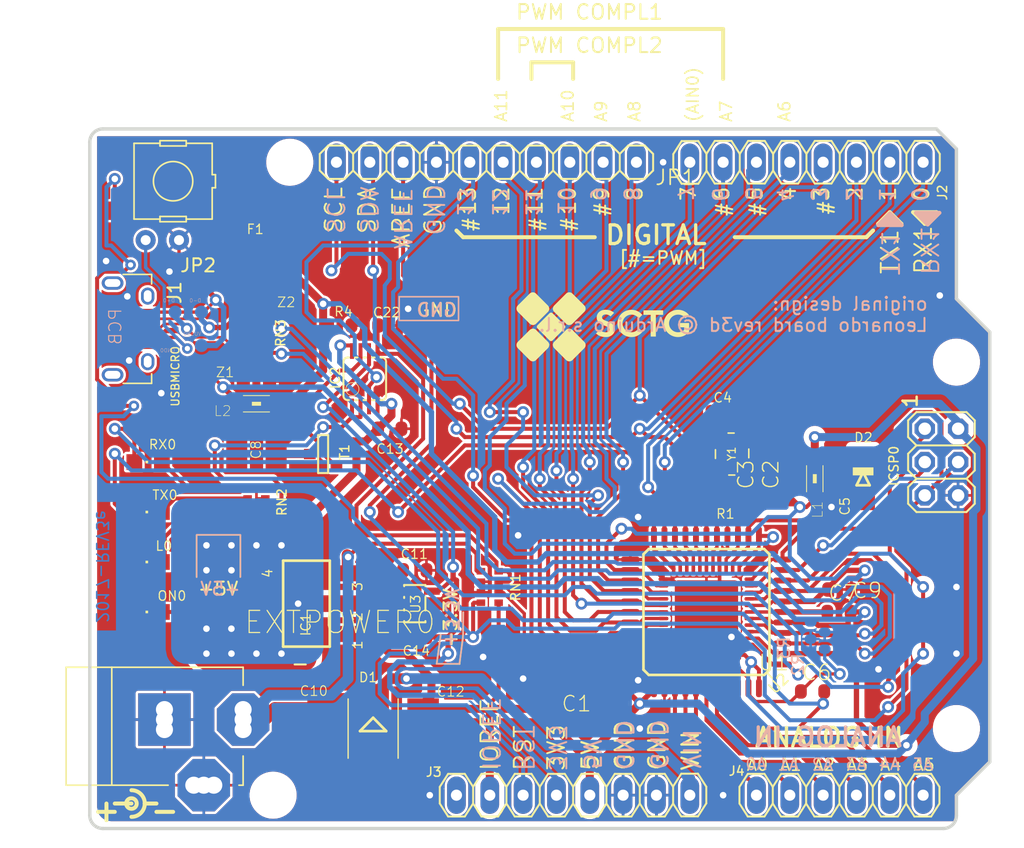
<source format=kicad_pcb>
(kicad_pcb (version 20221018) (generator pcbnew)
  (title_block (title "Leonardo board adapted") (date "2023-01-06") (rev "3d") (company "SCTG") (comment 1 "https://content.arduino.cc/assets/Leonardo-reference.zip") (comment 2 "adapted from"))
  (layers (0 "F.Cu" signal) (31 "B.Cu" signal) (34 "B.Paste" user) (35 "F.Paste" user) (36 "B.SilkS" user "B.Silkscreen") (37 "F.SilkS" user "F.Silkscreen") (38 "B.Mask" user) (39 "F.Mask" user) (44 "Edge.Cuts" user))
  (property "AUTHOR" "©Arduino s.r.l / Ronan LE MEILLAT")
  (net 0 "")
  (net 1 "+5V")
  (net 2 "COM")
  (net 3 "/XTAL2")
  (net 4 "/XTAL1")
  (net 5 "/AGND")
  (net 6 "/AREF")
  (net 7 "/UCAP")
  (net 8 "GND1")
  (net 9 "/VIN")
  (net 10 "/+3V3")
  (net 11 "/CMP")
  (net 12 "/D+")
  (net 13 "/D-")
  (net 14 "/RESET")
  (net 15 "/XUSB")
  (net 16 "/LL")
  (net 17 "/IO13*")
  (net 18 "/GATE_CMD")
  (net 19 "/MISO")
  (net 20 "/SCK")
  (net 21 "/MOSI")
  (net 22 "/USBID")
  (net 23 "/D0{slash}RX")
  (net 24 "/D1{slash}TX")
  (net 25 "/D2{slash}SDA")
  (net 26 "/D3{slash}SCL")
  (net 27 "/D4")
  (net 28 "/D5*")
  (net 29 "/D6*")
  (net 30 "/D7")
  (net 32 "/A0")
  (net 33 "/A1")
  (net 34 "/A2")
  (net 35 "VUSB")
  (net 36 "/A3")
  (net 37 "/A4")
  (net 38 "/A5")
  (net 39 "/IO8")
  (net 40 "/IO9*")
  (net 41 "/IO10*")
  (net 42 "/IO11*")
  (net 43 "/IO12")
  (net 44 "Net-(RN2B-2)")
  (net 45 "5-GND")
  (net 46 "Net-(RN2A-2)")
  (net 47 "/HWB")
  (net 48 "Net-(RN2D-2)")
  (net 49 "/RD+")
  (net 50 "Net-(RN2C-2)")
  (net 52 "/RD-")
  (net 55 "/RXLED")
  (net 56 "/TXLED")
  (footprint "" (layer "F.Cu") (at 180.2511 96.1136)
    (fp_text reference "@HOLE0" hide)
    (fp_text value "")
  )
  (footprint "Leonardo_Rev3e:SOT223" (layer "F.Cu") (at 130.7211 114.5286 90)
    (fp_text reference "IC1")
    (fp_text value "REG1117-5")
  )
  (footprint "Leonardo_Rev3e:Logo" (layer "F.Cu") (at 146.304 90.424)
    (fp_text reference "REF**" hide)
    (fp_text value "Logo")
  )
  (footprint "Leonardo_Rev3e:FD-1-1.5" (layer "F.Cu") (at 173.9011 96.7486)
    (fp_text reference "FID2" hide)
    (fp_text value "DNP" hide)
  )
  (footprint "Leonardo_Rev3e:C0603-ROUND" (layer "F.Cu") (at 162.4711 99.9236)
    (fp_text reference "C4")
    (fp_text value "22p")
  )
  (footprint "Leonardo_Rev3e:C0603-ROUND" (layer "F.Cu") (at 171.36 113.4503 180)
    (fp_text reference "C9")
    (fp_text value "100n")
  )
  (footprint "Leonardo_Rev3e:SOT23-DBV" (layer "F.Cu") (at 138.9761 114.5286 -90)
    (fp_text reference "U3")
    (fp_text value "LP2985-33DBVR")
  )
  (footprint "Leonardo_Rev3e:MINIMELF" (layer "F.Cu") (at 173.1391 105.0036 -90)
    (fp_text reference "D2")
    (fp_text value "1N4148W-TP")
  )
  (footprint "Leonardo_Rev3e:FD-1-1.5" (layer "F.Cu") (at 117.57 126.92)
    (fp_text reference "FID3" hide)
    (fp_text value "DNP" hide)
  )
  (footprint "Leonardo_Rev3e:HEADER_2_2.54" (layer "F.Cu") (at 118.47 86.81)
    (fp_text reference "JP2")
    (fp_text value "OTG")
  )
  (footprint "Leonardo_Rev3e:CT_CN0603" (layer "F.Cu") (at 126.9111 91.0336)
    (fp_text reference "Z2")
    (fp_text value "CG0603MLC-05E")
  )
  (footprint "Leonardo_Rev3e:SOT-23" (layer "F.Cu") (at 131.9911 103.0986 -90)
    (fp_text reference "T1")
    (fp_text value "FDN340P")
  )
  (footprint "Leonardo_Rev3e:CHIPLED_0805" (layer "F.Cu") (at 118.6561 115.1636 90)
    (fp_text reference "ON0")
    (fp_text value "Green")
  )
  (footprint "Leonardo_Rev3e:TQFP44-PAD" (layer "F.Cu") (at 161.2011 115.1636 180)
    (fp_text reference "U2")
    (fp_text value "ATMEGA32U4-XUAU")
  )
  (footprint "Leonardo_Rev3e:1X06" (layer "F.Cu") (at 171.3611 129.1336)
    (fp_text reference "J4")
    (fp_text value "6x1F-H8.5")
  )
  (footprint "Leonardo_Rev3e:1X08" (layer "F.Cu") (at 151.0411 129.1336)
    (fp_text reference "J3")
    (fp_text value "8x1F-H8.5")
  )
  (footprint "Leonardo_Rev3e:CHIPLED_0805" (layer "F.Cu") (at 118.6561 103.7336 90)
    (fp_text reference "RX0")
    (fp_text value "Yellow")
  )
  (footprint "Leonardo_Rev3e:SMB" (layer "F.Cu") (at 135.8011 124.0536 -90)
    (fp_text reference "D1")
    (fp_text value "M7")
  )
  (footprint "Leonardo_Rev3e:0805" (layer "F.Cu") (at 169.4561 105.0036 -90)
    (fp_text reference "L1")
    (fp_text value "MH2029-300Y")
  )
  (footprint "Leonardo_Rev3e:CT_CN0603" (layer "F.Cu") (at 126.9111 97.3836)
    (fp_text reference "Z1")
    (fp_text value "CG0603MLC-05E")
  )
  (footprint "Leonardo_Rev3e:CAY16" (layer "F.Cu") (at 126.9111 94.2086 90)
    (fp_text reference "RN3")
    (fp_text value "22R")
  )
  (footprint "Leonardo_Rev3e:1X08" (layer "F.Cu") (at 168.8211 80.8736 180)
    (fp_text reference "J2")
    (fp_text value "8x1F-H8.5")
  )
  (footprint "Leonardo_Rev3e:C0603-ROUND" (layer "F.Cu") (at 153.4461 121.2486 180)
    (fp_text reference "C1")
    (fp_text value "100n")
  )
  (footprint "Leonardo_Rev3e:L1812" (layer "F.Cu") (at 126.9111 87.8586 180)
    (fp_text reference "F1")
    (fp_text value "MF-MSMF050-2 500mA")
  )
  (footprint "Leonardo_Rev3e:TP-1.00MM" (layer "F.Cu") (at 120.7111 92.3036)
    (fp_text reference "D+0")
    (fp_text value "DNP" hide)
  )
  (footprint "" (layer "F.Cu") (at 128.1811 129.1336)
    (fp_text reference "@HOLE3" hide)
    (fp_text value "")
  )
  (footprint "Leonardo_Rev3e:CHIPLED_0805" (layer "F.Cu") (at 118.6561 111.3536 90)
    (fp_text reference "L0")
    (fp_text value "Yellow")
  )
  (footprint "Leonardo_Rev3e:R0603-ROUND" (layer "F.Cu") (at 162.4711 106.2736)
    (fp_text reference "R1")
    (fp_text value "1M")
  )
  (footprint "Leonardo_Rev3e:10118194-0001LF" (layer "F.Cu") (at 116.029001 93.58 -90)
    (fp_text reference "J1")
    (fp_text value "USBMICRO")
  )
  (footprint "Leonardo_Rev3e:SMC_B" (layer "F.Cu") (at 131.9911 124.0536 -90)
    (fp_text reference "C10")
    (fp_text value "10u")
  )
  (footprint "Leonardo_Rev3e:SMC_B" (layer "F.Cu") (at 126.9111 103.0986 180)
    (fp_text reference "C8")
    (fp_text value "10u")
  )
  (footprint "Leonardo_Rev3e:1X10" (layer "F.Cu") (at 144.4371 80.8736 180)
    (fp_text reference "JP1")
    (fp_text value "10x1F-H8.5")
  )
  (footprint "Leonardo_Rev3e:FD-1-1.5" (layer "F.Cu") (at 120.5611 82.2706)
    (fp_text reference "FID1" hide)
    (fp_text value "DNP" hide)
  )
  (footprint "Leonardo_Rev3e:C0603-ROUND" (layer "F.Cu") (at 171.3 115.17)
    (fp_text reference "C7")
    (fp_text value "1uF")
  )
  (footprint "Leonardo_Rev3e:MSOP08" (layer "F.Cu") (at 135.1661 97.3836)
    (fp_text reference "IC2")
    (fp_text value "LMV358IDGKR")
  )
  (footprint "Leonardo_Rev3e:CAY16" (layer "F.Cu") (at 126.9111 106.9086 90)
    (fp_text reference "RN2")
    (fp_text value "1K")
  )
  (footprint "Leonardo_Rev3e:CAY16" (layer "F.Cu") (at 144.6911 113.2586 -90)
    (fp_text reference "RN1")
    (fp_text value "10K")
  )
  (footprint "Leonardo_Rev3e:C0603-ROUND" (layer "F.Cu") (at 138.9761 117.0686)
    (fp_text reference "C14")
    (fp_text value "1uF")
  )
  (footprint "Leonardo_Rev3e:TP-1.00MM" (layer "F.Cu") (at 120.72 96.11)
    (fp_text reference "GND0")
    (fp_text value "DNP" hide)
  )
  (footprint "" (layer "F.Cu") (at 129.4511 80.8736)
    (fp_text reference "@HOLE2" hide)
    (fp_text value "")
  )
  (footprint "Leonardo_Rev3e:2X03" (layer "F.Cu") (at 179.1081 103.7336 -90)
    (fp_text reference "ICSP0")
    (fp_text value "ICSP")
  )
  (footprint "Leonardo_Rev3e:CRYSTAL-3.2-2.5" (layer "F.Cu") (at 163.1061 103.0986 -90)
    (fp_text reference "Y1")
    (fp_text value "16MHz KX-7")
  )
  (footprint "Leonardo_Rev3e:TP-1.00MM" (layer "F.Cu") (at 122.7201 92.3036)
    (fp_text reference "D-0")
    (fp_text value "DNP" hide)
  )
  (footprint "Leonardo_Rev3e:0805" (layer "F.Cu") (at 126.9111 99.2886)
    (fp_text reference "L2")
    (fp_text value "MH2029-300Y")
  )
  (footprint "Leonardo_Rev3e:SMC_B" (layer "F.Cu") (at 139.6111 124.0536 -90)
    (fp_text reference "C12")
    (fp_text value "10u")
  )
  (footprint "Leonardo_Rev3e:C0603-ROUND" (layer "F.Cu") (at 165.6461 105.0036 90)
    (fp_text reference "C3")
    (fp_text value "22p")
  )
  (footprint "Leonardo_Rev3e:C0603-ROUND" (layer "F.Cu") (at 169.2861 121.2236)
    (fp_text reference "C6")
    (fp_text value "100n")
  )
  (footprint "Leonardo_Rev3e:C0603-ROUND" (layer "F.Cu") (at 137.0711 101.1936)
    (fp_text reference "C13")
    (fp_text value "100n")
  )
  (footprint "Leonardo_Rev3e:C0603-ROUND" (layer "F.Cu") (at 167.5511 105.0036 90)
    (fp_text reference "C2")
    (fp_text value "100n")
  )
  (footprint "Leonardo_Rev3e:C0603-ROUND" (layer "F.Cu") (at 171.3611 105.0036 -90)
    (fp_text reference "C5")
    (fp_text value "1uF")
  )
  (footprint "Leonardo_Rev3e:QFN44ML7X7" (layer "F.Cu") (at 161.2011 115.1636 180)
    (fp_text reference "U1")
    (fp_text value "ATMEGA32U4-XUMU")
  )
  (footprint "Leonardo_Rev3e:TS07" (layer "F.Cu") (at 120.56 82.32 180)
    (fp_text reference "RESET0" hide)
    (fp_text value "TS07-667-30-BK-160-SMT-TR" hide)
  )
  (footprint "Leonardo_Rev3e:POWERSUPPLY_DC-21MM" (layer "F.Cu") (at 119.5451 123.2916 90)
    (fp_text reference "EXTPOWER0")
    (fp_text value "POWERSUPPLY_DC21MMX")
  )
  (footprint "" (layer "F.Cu") (at 180.2511 124.0536)
    (fp_text reference "@HOLE1" hide)
    (fp_text value "")
  )
  (footprint "Leonardo_Rev3e:CHIPLED_0805" (layer "F.Cu") (at 118.6561 107.5436 90)
    (fp_text reference "TX0")
    (fp_text value "Yellow")
  )
  (footprint "Leonardo_Rev3e:TP-1.00MM" (layer "F.Cu") (at 122.7201 94.8436)
    (fp_text reference "VUSB0")
    (fp_text value "DNP" hide)
  )
  (footprint "Leonardo_Rev3e:R0603-ROUND" (layer "F.Cu") (at 133.2611 93.3196 180)
    (fp_text reference "R4")
    (fp_text value "10K")
  )
  (footprint "Leonardo_Rev3e:C0603-ROUND" (layer "F.Cu") (at 138.9761 111.9886 180)
    (fp_text reference "C11")
    (fp_text value "1uF")
  )
  (footprint "Leonardo_Rev3e:C0603-ROUND" (layer "F.Cu") (at 137.0711 93.3196 180)
    (fp_text reference "C22")
    (fp_text value "100n")
  )
  (footprint "Leonardo_Rev3e:R0402" (layer "B.Cu") (at 169.14 116.58 90)
    (fp_text reference "R3")
    (fp_text value "NM")
  )
  (footprint "Leonardo_Rev3e:R0402" (layer "B.Cu") (at 170.21 117.348 90)
    (fp_text reference "R2")
    (fp_text value "NM")
  )
  (gr_line (start 178.44 84.984) (end 178.059 85.365) (stroke (width 0.3048)) (layer "B.SilkS"))
  (gr_line (start 175.188 84.778) (end 174.299 85.667) (stroke (width 0.3048)) (layer "B.SilkS"))
  (gr_line (start 178.059 85.619) (end 178.948 84.73) (stroke (width 0.3048)) (layer "B.SilkS"))
  (gr_rect (start 137.79 91.13) (end 142.31 92.94) (stroke (width 0.12)) (fill none) (layer "B.SilkS"))
  (gr_line (start 177.17 84.73) (end 178.059 85.619) (stroke (width 0.3048)) (layer "B.SilkS"))
  (gr_line (start 175.188 85.032) (end 175.696 85.54) (stroke (width 0.3048)) (layer "B.SilkS"))
  (gr_line (start 175.442 85.54) (end 174.68 85.54) (stroke (width 0.3048)) (layer "B.SilkS"))
  (gr_line (start 142.65 117.21) (end 142.37 119.11) (stroke (width 0.12)) (layer "B.SilkS"))
  (gr_line (start 174.68 85.54) (end 175.188 85.032) (stroke (width 0.3048)) (layer "B.SilkS"))
  (gr_line (start 142.68 115.18) (end 142.65 117.21) (stroke (width 0.12)) (layer "B.SilkS"))
  (gr_line (start 122.36 112.49) (end 122.36 109.28) (stroke (width 0.12)) (layer "B.SilkS"))
  (gr_line (start 175.061 85.286) (end 175.442 85.54) (stroke (width 0.3048)) (layer "B.SilkS"))
  (gr_line (start 178.059 85.365) (end 177.551 84.857) (stroke (width 0.3048)) (layer "B.SilkS"))
  (gr_line (start 174.299 85.667) (end 176.077 85.667) (stroke (width 0.3048)) (layer "B.SilkS"))
  (gr_line (start 122.36 109.28) (end 125.68 109.28) (stroke (width 0.12)) (layer "B.SilkS"))
  (gr_line (start 142.37 119.11) (end 140.65 119.11) (stroke (width 0.12)) (layer "B.SilkS"))
  (gr_line (start 177.932 84.984) (end 178.44 84.984) (stroke (width 0.3048)) (layer "B.SilkS"))
  (gr_line (start 178.059 85.238) (end 178.059 85.111) (stroke (width 0.3048)) (layer "B.SilkS"))
  (gr_line (start 177.551 84.857) (end 178.567 84.857) (stroke (width 0.3048)) (layer "B.SilkS"))
  (gr_line (start 178.948 84.73) (end 177.17 84.73) (stroke (width 0.3048)) (layer "B.SilkS"))
  (gr_line (start 140.65 119.11) (end 140.95 116.88) (stroke (width 0.12)) (layer "B.SilkS"))
  (gr_line (start 125.69 112.495) (end 125.69 109.285) (stroke (width 0.12)) (layer "B.SilkS"))
  (gr_line (start 176.077 85.667) (end 175.188 84.778) (stroke (width 0.3048)) (layer "B.SilkS"))
  (gr_line (start 115.4811 129.7686) (end 115.4811 131.0386) (stroke (width 0.3048)) (layer "F.SilkS"))
  (gr_line (start 147.8661 73.2536) (end 151.0411 73.2536) (stroke (width 0.3048)) (layer "F.SilkS"))
  (gr_line (start 177.4571 84.9376) (end 177.9651 84.9376) (stroke (width 0.3048)) (layer "F.SilkS"))
  (gr_line (start 178.3461 84.8106) (end 177.8381 85.3186) (stroke (width 0.3048)) (layer "F.SilkS"))
  (gr_line (start 145.3261 74.5236) (end 145.3261 70.7136) (stroke (width 0.3048)) (layer "F.SilkS"))
  (gr_line (start 140.64 119.12) (end 142.39 119.13) (stroke (width 0.12)) (layer "F.SilkS"))
  (gr_line (start 151.0411 73.2536) (end 151.0411 74.5236) (stroke (width 0.3048)) (layer "F.SilkS"))
  (gr_line (start 152.6921 86.5886) (end 142.6591 86.5886) (stroke (width 0.3048)) (layer "F.SilkS"))
  (gr_line (start 122.36 109.29) (end 125.68 109.29) (stroke (width 0.12)) (layer "F.SilkS"))
  (gr_line (start 114.8461 130.4036) (end 116.1161 130.4036) (stroke (width 0.3048)) (layer "F.SilkS"))
  (gr_line (start 140.96 116.89) (end 140.64 119.12) (stroke (width 0.12)) (layer "F.SilkS"))
  (gr_line (start 142.6591 86.5886) (end 142.1511 86.0806) (stroke (width 0.3048)) (layer "F.SilkS"))
  (gr_line (start 174.9171 85.4456) (end 175.2981 85.1916) (stroke (width 0.3048)) (layer "F.SilkS"))
  (gr_line (start 177.8381 85.0646) (end 177.8381 85.1916) (stroke (width 0.3048)) (layer "F.SilkS"))
  (gr_line (start 119.2911 130.4036) (end 120.5611 130.4036) (stroke (width 0.3048)) (layer "F.SilkS"))
  (gr_line (start 176.0601 85.5726) (end 175.1711 84.6836) (stroke (width 0.3048)) (layer "F.SilkS"))
  (gr_line (start 175.1711 84.6836) (end 174.2821 85.5726) (stroke (width 0.3048)) (layer "F.SilkS"))
  (gr_line (start 175.6791 85.4456) (end 174.9171 85.4456) (stroke (width 0.3048)) (layer "F.SilkS"))
  (gr_line (start 141.1985 128.6506) (end 141.1986 128.6505) (stroke (width 0.0508)) (layer "F.SilkS"))
  (gr_line (start 174.2821 85.5726) (end 176.0601 85.5726) (stroke (width 0.3048)) (layer "F.SilkS"))
  (gr_line (start 177.3301 84.8106) (end 178.3461 84.8106) (stroke (width 0.3048)) (layer "F.SilkS"))
  (gr_line (start 118.4021 129.7686) (end 119.2911 129.7686) (stroke (width 0.3048)) (layer "F.SilkS"))
  (gr_line (start 176.9491 84.6836) (end 177.8381 85.5726) (stroke (width 0.3048)) (layer "F.SilkS"))
  (gr_line (start 147.8661 74.5236) (end 147.8661 73.2536) (stroke (width 0.3048)) (layer "F.SilkS"))
  (gr_line (start 177.8381 85.5726) (end 178.7271 84.6836) (stroke (width 0.3048)) (layer "F.SilkS"))
  (gr_line (start 177.8381 85.3186) (end 177.4571 84.9376) (stroke (width 0.3048)) (layer "F.SilkS"))
  (gr_arc (start 118.4021 129.7686) (mid 118.10452 130.48702) (end 117.3861 130.7846) (stroke (width 0.3048)) (layer "F.SilkS"))
  (gr_line (start 162.4711 70.7136) (end 162.4711 74.5236) (stroke (width 0.3048)) (layer "F.SilkS"))
  (gr_line (start 116.1161 129.7686) (end 117.3861 129.7686) (stroke (width 0.3048)) (layer "F.SilkS"))
  (gr_line (start 173.3931 86.5886) (end 163.3601 86.5886) (stroke (width 0.3048)) (layer "F.SilkS"))
  (gr_arc (start 117.3861 128.7526) (mid 118.10452 129.05018) (end 118.4021 129.7686) (stroke (width 0.3048)) (layer "F.SilkS"))
  (gr_circle (center 117.3861 129.7686) (end 117.7877 129.7686) (stroke (width 0.3048)) (fill none) (layer "F.SilkS"))
  (gr_line (start 122.35 109.295) (end 122.35 112.505) (stroke (width 0.12)) (layer "F.SilkS"))
  (gr_line (start 174.6631 85.4456) (end 175.1711 84.9376) (stroke (width 0.3048)) (layer "F.SilkS"))
  (gr_line (start 142.39 119.13) (end 142.66 116.89) (stroke (width 0.12)) (layer "F.SilkS"))
  (gr_line (start 145.3261 70.7136) (end 162.4711 70.7136) (stroke (width 0.3048)) (layer "F.SilkS"))
  (gr_line (start 142.66 116.89) (end 142.66 115.21) (stroke (width 0.12)) (layer "F.SilkS"))
  (gr_line (start 173.9011 86.0806) (end 173.3931 86.5886) (stroke (width 0.3048)) (layer "F.SilkS"))
  (gr_line (start 125.68 109.29) (end 125.68 112.5) (stroke (width 0.12)) (layer "F.SilkS"))
  (gr_line (start 178.7271 84.6836) (end 176.9491 84.6836) (stroke (width 0.3048)) (layer "F.SilkS"))
  (gr_line (start 175.1711 84.9376) (end 175.6791 85.4456) (stroke (width 0.3048)) (layer "F.SilkS"))
  (gr_line (start 180.2511 129.1336) (end 180.2511 130.6736) (stroke (width 0.254)) (layer "Edge.Cuts"))
  (gr_line (start 180.2511 91.2876) (end 182.7911 93.8276) (stroke (width 0.254)) (layer "Edge.Cuts"))
  (gr_line (start 114.2111 130.6736) (end 114.2111 79.3336) (stroke (width 0.254)) (layer "Edge.Cuts"))
  (gr_line (start 178.7271 78.3336) (end 180.2511 79.8576) (stroke (width 0.254)) (layer "Edge.Cuts"))
  (gr_line (start 182.7911 93.8276) (end 182.7911 126.5936) (stroke (width 0.254)) (layer "Edge.Cuts"))
  (gr_arc (start 115.2111 131.6736) (mid 114.503993 131.380707) (end 114.2111 130.6736) (stroke (width 0.254)) (layer "Edge.Cuts"))
  (gr_line (start 180.2511 79.8576) (end 180.2511 91.2876) (stroke (width 0.254)) (layer "Edge.Cuts"))
  (gr_line (start 115.2111 78.3336) (end 178.7271 78.3336) (stroke (width 0.254)) (layer "Edge.Cuts"))
  (gr_line (start 179.2511 131.6736) (end 115.2111 131.6736) (stroke (width 0.254)) (layer "Edge.Cuts"))
  (gr_arc (start 114.2111 79.3336) (mid 114.503993 78.626493) (end 115.2111 78.3336) (stroke (width 0.254)) (layer "Edge.Cuts"))
  (gr_arc (start 180.2511 130.6736) (mid 179.958207 131.380707) (end 179.2511 131.6736) (stroke (width 0.254)) (layer "Edge.Cuts"))
  (gr_line (start 182.7911 126.5936) (end 180.2511 129.1336) (stroke (width 0.254)) (layer "Edge.Cuts"))
  (gr_text "2017-REV3e" (at 115.6701 107.3114 270) (layer "B.Cu") (effects (font (size 0.89408 0.89408) (thickness 0.12192)) (justify right top mirror)))
  (gr_text "TX1" (at 174.4304 89.5918 -90) (layer "B.SilkS") (effects (font (size 1.28016 1.28016) (thickness 0.14224)) (justify left bottom mirror)))
  (gr_text "GND" (at 139.78 86.54 -90) (layer "B.SilkS") (effects (font (size 1.28016 1.28016) (thickness 0.14224)) (justify left bottom mirror)))
  (gr_text "RST" (at 146.6 127.37 -90) (layer "B.SilkS") (effects (font (size 1.28016 1.28016) (thickness 0.14224)) (justify left bottom mirror)))
  (gr_text "+3.3V " (at 141.79 115.24 -90) (layer "B.SilkS") (effects (font (size 1 1)) (justify mirror)))
  (gr_text "2" (at 173.05 82.67 -90) (layer "B.SilkS") (effects (font (size 1.1176 1.1176) (thickness 0.1524)) (justify right top mirror)))
  (gr_text "4" (at 167.79 82.76 -90) (layer "B.SilkS") (effects (font (size 1.1176 1.1176) (thickness 0.1524)) (justify right top mirror)))
  (gr_text "A1" (at 168.32 127.32) (layer "B.SilkS") (effects (font (size 0.89408 0.89408) (thickness 0.12192)) (justify left bottom mirror)))
  (gr_text "0" (at 178.03 82.71 -90) (layer "B.SilkS") (effects (font (size 1.1176 1.1176) (thickness 0.1524)) (justify right top mirror)))
  (gr_text "10" (at 151.09 82.67 -90) (layer "B.SilkS") (effects (font (size 1.1176 1.1176) (thickness 0.1524)) (justify right top mirror)))
  (gr_text "3V3" (at 149.08 127.37 -90) (layer "B.SilkS") (effects (font (size 1.28016 1.28016) (thickness 0.14224)) (justify left bottom mirror)))
  (gr_text "SCL" (at 132.17 86.44 -90) (layer "B.SilkS") (effects (font (size 1.28016 1.28016) (thickness 0.14224)) (justify left bottom mirror)))
  (gr_text "12" (at 146.1 82.76 -90) (layer "B.SilkS") (effects (font (size 1.1176 1.1176) (thickness 0.1524)) (justify right top mirror)))
  (gr_text "SDA" (at 134.72 86.4 -90) (layer "B.SilkS") (effects (font (size 1.28016 1.28016) (thickness 0.14224)) (justify left bottom mirror)))
  (gr_text "RX1" (at 177.424 89.556 -90) (layer "B.SilkS") (effects (font (size 1.28016 1.28016) (thickness 0.14224)) (justify left bottom mirror)))
  (gr_text "13" (at 143.43 82.76 -90) (layer "B.SilkS") (effects (font (size 1.1176 1.1176) (thickness 0.1524)) (justify right top mirror)))
  (gr_text "5V" (at 151.74 127.28 -90) (layer "B.SilkS") (effects (font (size 1.251712 1.251712) (thickness 0.170688)) (justify left bottom mirror)))
  (gr_text "A5" (at 178.56 127.32) (layer "B.SilkS") (effects (font (size 0.89408 0.89408) (thickness 0.12192)) (justify left bottom mirror)))
  (gr_text "GND" (at 140.63 92.14) (layer "B.SilkS") (effects (font (size 1 1)) (justify mirror)))
  (gr_text "+5V" (at 124.16 113.4) (layer "B.SilkS") (effects (font (size 1 1)) (justify mirror)))
  (gr_text "1" (at 175.58 82.71 -90) (layer "B.SilkS") (effects (font (size 1.1176 1.1176) (thickness 0.1524)) (justify right top mirror)))
  (gr_text "A3" (at 173.5 127.28) (layer "B.SilkS") (effects (font (size 0.89408 0.89408) (thickness 0.12192)) (justify left bottom mirror)))
  (gr_text "GND" (at 154.22 127.32 -90) (layer "B.SilkS") (effects (font (size 1.251712 1.251712) (thickness 0.170688)) (justify left bottom mirror)))
  (gr_text "VIN" (at 159.32 127.2 -90) (layer "B.SilkS") (effects (font (size 1.251712 1.251712) (thickness 0.170688)) (justify left bottom mirror)))
  (gr_text "GND" (at 156.83 127.28 -90) (layer "B.SilkS") (effects (font (size 1.251712 1.251712) (thickness 0.170688)) (justify left bottom mirror)))
  (gr_text "AREF" (at 137.29 87.6 -90) (layer "B.SilkS") (effects (font (size 1.28016 1.28016) (thickness 0.14224)) (justify left bottom mirror)))
  (gr_text "5" (at 165.39 82.62 -90) (layer "B.SilkS") (effects (font (size 1.1176 1.1176) (thickness 0.1524)) (justify right top mirror)))
  (gr_text "11" (at 148.64 82.76 -90) (layer "B.SilkS") (effects (font (size 1.1176 1.1176) (thickness 0.1524)) (justify right top mirror)))
  (gr_text "A4" (at 176.03 127.28) (layer "B.SilkS") (effects (font (size 0.89408 0.89408) (thickness 0.12192)) (justify left bottom mirror)))
  (gr_text "A2" (at 170.93 127.32) (layer "B.SilkS") (effects (font (size 0.89408 0.89408) (thickness 0.12192)) (justify left bottom mirror)))
  (gr_text "A0" (at 165.87 127.28) (layer "B.SilkS") (effects (font (size 0.89408 0.89408) (thickness 0.12192)) (justify left bottom mirror)))
  (gr_text "IOREF" (at 144.02 127.28 -90) (layer "B.SilkS") (effects (font (size 1.28016 1.28016) (thickness 0.14224)) (justify left bottom mirror)))
  (gr_text "7" (at 160.22 82.62 -90) (layer "B.SilkS") (effects (font (size 1.1176 1.1176) (thickness 0.1524)) (justify right top mirror)))
  (gr_text "9" (at 153.58 82.67 -90) (layer "B.SilkS") (effects (font (size 1.1176 1.1176) (thickness 0.1524)) (justify right top mirror)))
  (gr_text "original design:\nLeonardo board rev3d © Arduino s.r.l." (at 178.15 92.48) (layer "B.SilkS") (effects (font (size 1 1)) (justify left mirror)))
  (gr_text "ANALOG IN" (at 176.24 125.54) (layer "B.SilkS") (effects (font (size 1.42494 1.42494) (thickness 0.25146)) (justify left bottom mirror)))
  (gr_text "6" (at 162.85 82.71 -90) (layer "B.SilkS") (effects (font (size 1.1176 1.1176) (thickness 0.1524)) (justify right top mirror)))
  (gr_text "8" (at 156.11 82.67 -90) (layer "B.SilkS") (effects (font (size 1.1176 1.1176) (thickness 0.1524)) (justify right top mirror)))
  (gr_text "3" (at 170.37 82.67 -90) (layer "B.SilkS") (effects (font (size 1.1176 1.1176) (thickness 0.1524)) (justify right top mirror)))
  (gr_text "A3" (at 171.8197 127.3434) (layer "F.SilkS") (effects (font (size 0.89408 0.89408) (thickness 0.12192)) (justify left bottom)))
  (gr_text "9" (at 152.5651 82.6516 90) (layer "F.SilkS") (effects (font (size 1.1176 1.1176) (thickness 0.1524)) (justify right top)))
  (gr_text "5" (at 164.2491 82.6516 90) (layer "F.SilkS") (effects (font (size 1.1176 1.1176) (thickness 0.1524)) (justify right top)))
  (gr_text "3V3" (at 150.5033 127.3688 90) (layer "F.SilkS") (effects (font (size 1.28016 1.28016) (thickness 0.14224)) (justify left bottom)))
  (gr_text "VIN" (at 160.7063 127.3472 90) (layer "F.SilkS") (effects (font (size 1.251712 1.251712) (thickness 0.170688)) (justify left bottom)))
  (gr_text "RX1" (at 178.4731 89.5096 90) (layer "F.SilkS") (effects (font (size 1.28016 1.28016) (thickness 0.14224)) (justify left bottom)))
  (gr_text "SDA" (at 136.09 86.44 90) (layer "F.SilkS") (effects (font (size 1.28016 1.28016) (thickness 0.14224)) (justify left bottom)))
  (gr_text "+3.3V " (at 141.71 115.24 90) (layer "F.SilkS") (effects (font (size 1 1))))
  (gr_text "#" (at 170.8531 84.9376 90) (layer "F.SilkS") (effects (font (size 0.972312 0.972312) (thickness 0.145288)) (justify left bottom)))
  (gr_text "2" (at 171.8691 82.6516 90) (layer "F.SilkS") (effects (font (size 1.1176 1.1176) (thickness 0.1524)) (justify right top)))
  (gr_text "1" (at 177.36 99.7 90) (layer "F.SilkS") (effects (font (size 1.0795 1.0795) (thickness 0.1905)) (justify left bottom)))
  (gr_text "#" (at 151.2951 86.2076 90) (layer "F.SilkS") (effects (font (size 0.972312 0.972312) (thickness 0.145288)) (justify left bottom)))
  (gr_text "[#=PWM]" (at 154.4701 88.7476) (layer "F.SilkS") (effects (font (size 0.972312 0.972312) (thickness 0.145288)) (justify left bottom)))
  (gr_text "#" (at 163.1061 85.0646 90) (layer "F.SilkS") (effects (font (size 0.972312 0.972312) (thickness 0.145288)) (justify left bottom)))
  (gr_text "GND" (at 140.67 92.14) (layer "F.SilkS") (effects (font (size 1 1))))
  (gr_text "GND" (at 158.1663 127.3472 90) (layer "F.SilkS") (effects (font (size 1.251712 1.251712) (thickness 0.170688)) (justify left bottom)))
  (gr_text "AREF" (at 138.6923 87.4908 90) (layer "F.SilkS") (effects (font (size 1.28016 1.28016) (thickness 0.14224)) (justify left bottom)))
  (gr_text "4" (at 166.7891 82.6516 90) (layer "F.SilkS") (effects (font (size 1.1176 1.1176) (thickness 0.1524)) (justify right top)))
  (gr_text "IOREF" (at 145.4233 127.3688 90) (layer "F.SilkS") (effects (font (size 1.28016 1.28016) (thickness 0.14224)) (justify left bottom)))
  (gr_text "A10" (at 151.1559 77.875 90) (layer "F.SilkS") (effects (font (size 0.89408 0.89408) (thickness 0.12192)) (justify left bottom)))
  (gr_text "13" (at 142.4051 82.6516 90) (layer "F.SilkS") (effects (font (size 1.1176 1.1176) (thickness 0.1524)) (justify right top)))
  (gr_text "1" (at 174.4091 82.6516 90) (layer "F.SilkS") (effects (font (size 1.1176 1.1176) (thickness 0.1524)) (justify right top)))
  (gr_text "6" (at 161.7091 82.6516 90) (layer "F.SilkS") (effects (font (size 1.1176 1.1176) (thickness 0.1524)) (justify right top)))
  (gr_text "A6" (at 167.6659 77.875 90) (layer "F.SilkS") (effects (font (size 0.89408 0.89408) (thickness 0.12192)) (justify left bottom)))
  (gr_text "A0" (at 164.1997 127.3434) (layer "F.SilkS") (effects (font (size 0.89408 0.89408) (thickness 0.12192)) (justify left bottom)))
  (gr_text "SCL" (at 133.55 86.38 90) (layer "F.SilkS") (effects (font (size 1.28016 1.28016) (thickness 0.14224)) (justify left bottom)))
  (gr_text "3" (at 169.3291 82.6516 90) (layer "F.SilkS") (effects (font (size 1.1176 1.1176) (thickness 0.1524)) (justify right top)))
  (gr_text "11" (at 147.4851 82.6516 90) (layer "F.SilkS") (effects (font (size 1.1176 1.1176) (thickness 0.1524)) (justify right top)))
  (gr_text "(AIN0)" (at 160.6809 77.875 90) (layer "F.SilkS") (effects (font (size 0.89408 0.89408) (thickness 0.12192)) (justify left bottom)))
  (gr_text "DIGITAL" (at 153.3635 87.2594) (layer "F.SilkS") (effects (font (size 1.42494 1.42494) (thickness 0.25146)) (justify left bottom)))
  (gr_text "#" (at 165.6461 85.0646 90) (layer "F.SilkS") (effects (font (size 0.972312 0.972312) (thickness 0.145288)) (justify left bottom)))
  (gr_text "A8" (at 156.2359 77.875 90) (layer "F.SilkS") (effects (font (size 0.89408 0.89408) (thickness 0.12192)) (justify left bottom)))
  (gr_text "ANALOG IN" (at 164.7571 125.5776) (layer "F.SilkS") (effects (font (size 1.42494 1.42494) (thickness 0.25146)) (justify left bottom)))
  (gr_text "10" (at 150.0251 82.6516 90) (layer "F.SilkS") (effects (font (size 1.1176 1.1176) (thickness 0.1524)) (justify right top)))
  (gr_text "+5V" (at 123.99 113.39) (layer "F.SilkS") (effects (font (size 1 1))))
  (gr_text "A1" (at 166.7397 127.3434) (layer "F.SilkS") (effects (font (size 0.89408 0.89408) (thickness 0.12192)) (justify left bottom)))
  (gr_text "A9" (at 153.6959 77.875 90) (layer "F.SilkS") (effects (font (size 0.89408 0.89408) (thickness 0.12192)) (justify left bottom)))
  (gr_text "GND" (at 155.6263 127.3472 90) (layer "F.SilkS") (effects (font (size 1.251712 1.251712) (thickness 0.170688)) (justify left bottom)))
  (gr_text "PWM COMPL2" (at 146.5961 72.6186) (layer "F.SilkS") (effects (font (size 1.1176 1.1176) (thickness 0.1524)) (justify left bottom)))
  (gr_text "TX1" (at 175.9287 89.4974 90) (layer "F.SilkS") (effects (font (size 1.28016 1.28016) (thickness 0.14224)) (justify left bottom)))
  (gr_text "RST" (at 147.9633 127.3688 90) (layer "F.SilkS") (effects (font (size 1.28016 1.28016) (thickness 0.14224)) (justify left bottom)))
  (gr_text "A11" (at 146.0759 77.875 90) (layer "F.SilkS") (effects (font (size 0.89408 0.89408) (thickness 0.12192)) (justify left bottom)))
  (gr_text "#" (at 148.8821 86.2076 90) (layer "F.SilkS") (effects (font (size 0.972312 0.972312) (thickness 0.145288)) (justify left bottom)))
  (gr_text "12" (at 144.9451 82.6516 90) (layer "F.SilkS") (effects (font (size 1.1176 1.1176) (thickness 0.1524)) (justify right top)))
  (gr_text "#" (at 153.8351 85.0646 90) (layer "F.SilkS") (effects (font (size 0.972312 0.972312) (thickness 0.145288)) (justify left bottom)))
  (gr_text "5V" (at 153.0863 127.3472 90) (layer "F.SilkS") (effects (font (size 1.251712 1.251712) (thickness 0.170688)) (justify left bottom)))
  (gr_text "A4" (at 174.3597 127.3434) (layer "F.SilkS") (effects (font (size 0.89408 0.89408) (thickness 0.12192)) (justify left bottom)))
  (gr_text "A5" (at 176.8997 127.3434) (layer "F.SilkS") (effects (font (size 0.89408 0.89408) (thickness 0.12192)) (justify left bottom)))
  (gr_text "GND" (at 141.13 86.54 90) (layer "F.SilkS") (effects (font (size 1.28016 1.28016) (thickness 0.14224)) (justify left bottom)))
  (gr_text "A2" (at 169.2797 127.3434) (layer "F.SilkS") (effects (font (size 0.89408 0.89408) (thickness 0.12192)) (justify left bottom)))
  (gr_text "8" (at 155.1051 82.6516 90) (layer "F.SilkS") (effects (font (size 1.1176 1.1176) (thickness 0.1524)) (justify right top)))
  (gr_text "A7" (at 163.2209 77.875 90) (layer "F.SilkS") (effects (font (size 0.89408 0.89408) (thickness 0.12192)) (justify left bottom)))
  (gr_text "-" (at 129.4511 119.7356) (layer "F.SilkS") (effects (font (size 1.1176 1.1176) (thickness 0.1524)) (justify left bottom)))
  (gr_text "7" (at 159.1691 82.6516 90) (layer "F.SilkS") (effects (font (size 1.1176 1.1176) (thickness 0.1524)) (justify right top)))
  (gr_text "PWM COMPL1" (at 146.5961 70.0786) (layer "F.SilkS") (effects (font (size 1.1176 1.1176) (thickness 0.1524)) (justify left bottom)))
  (gr_text "0" (at 176.9491 82.6516 90) (layer "F.SilkS") (effects (font (size 1.1176 1.1176) (thickness 0.1524)) (justify right top)))
  (gr_text "#" (at 143.8021 86.2076 90) (layer "F.SilkS") (effects (font (size 0.972312 0.972312) (thickness 0.145288)) (justify left bottom)))
  (segment (start 153.5811 109.9566) (end 154.7241 108.8136) (width 0.3048) (layer "F.Cu") (net 1))
  (segment (start 134.5311 102.4128) (end 134.2771 102.1588) (width 0.6096) (layer "F.Cu") (net 1))
  (segment (start 136.4361 113.5786) (end 137.6761 113.5786) (width 0.4064) (layer "F.Cu") (net 1))
  (segment (start 138.3411 118.3386) (end 137.0711 118.3386) (width 0.6096) (layer "F.Cu") (net 1))
  (segment (start 137.6761 113.5786) (end 137.6761 112.0036) (width 0.4064) (layer "F.Cu") (net 1))
  (segment (start 134.1901 94.8436) (end 134.1901 95.2716) (width 0.3048) (layer "F.Cu") (net 1))
  (segment (start 134.1399 114.2086) (end 133.8199 114.5286) (width 0.6096) (layer "F.Cu") (net 1))
  (segment (start 165.1569 117.1636) (end 164.4761 117.1636) (width 0.254) (layer "F.Cu") (net 1))
  (segment (start 168.8211 107.1626) (end 169.4561 106.5276) (width 0.3048) (layer "F.Cu") (net 1))
  (segment (start 169.4561 103.9036) (end 170.1831 103.1766) (width 0.4064) (layer "F.Cu") (net 1))
  (segment (start 127.5861 108.1086) (end 127.5161 108.1786) (width 0.3048) (layer "F.Cu") (net 1))
  (segment (start 134.2771 102.1588) (end 133.0071 102.1588) (width 0.6096) (layer "F.Cu") (net 1))
  (segment (start 136.4361 115.5446) (end 137.6761 115.4786) (width 0.4064) (layer "F.Cu") (net 1))
  (segment (start 166.9761 118.3386) (end 167.0011 118.3636) (width 0.3048) (layer "F.Cu") (net 1))
  (segment (start 135.2169 102.1588) (end 136.1821 101.1936) (width 0.6096) (layer "F.Cu") (net 1))
  (segment (start 137.0711 118.3386) (end 136.4361 117.7036) (width 0.6096) (layer "F.Cu") (net 1))
  (segment (start 136.1821 101.1936) (end 137.1981 100.1776) (width 0.6096) (layer "F.Cu") (net 1))
  (segment (start 128.8161 110.0836) (end 127.5861 108.8536) (width 0.3048) (layer "F.Cu") (net 1))
  (segment (start 130.0861 114.5286) (end 133.8199 114.5286) (width 1.27) (layer "F.Cu") (net 1))
  (segment (start 166.9761 118.3386) (end 166.3319 118.3386) (width 0.254) (layer "F.Cu") (net 1))
  (segment (start 168.0591 106.9086) (end 168.3131 107.1626) (width 0.4064) (layer "F.Cu") (net 1))
  (segment (start 127.5161 108.1786) (end 126.9111 108.1786) (width 0.2032) (layer "F.Cu") (net 1))
  (segment (start 176.4411 125.3236) (end 174.5361 125.3236) (width 0.4064) (layer "F.Cu") (net 1))
  (segment (start 144.6911 122.5536) (end 144.6911 122.1486) (width 0.3048) (layer "F.Cu") (net 1))
  (segment (start 163.6011 108.3186) (end 165.0111 106.9086) (width 0.4064) (layer "F.Cu") (net 1))
  (segment (start 126.9111 108.1786) (end 126.9111 106.5086) (width 0.2032) (layer "F.Cu") (net 1))
  (segment (start 155.4011 111.9636) (end 155.4261 111.9886) (width 0.254) (layer "F.Cu") (net 1))
  (segment (start 144.6911 122.5536) (end 144.6911 129.1336) (width 0.6096) (layer "F.Cu") (net 1))
  (segment (start 166.3319 118.3386) (end 165.1569 117.1636) (width 0.254) (layer "F.Cu") (net 1))
  (segment (start 158.7011 118.7812) (end 158.7011 118.4386) (width 0.254) (layer "F.Cu") (net 1))
  (segment (start 155.2211 121.2486) (end 156.1211 122.1486) (width 0.4064) (layer "F.Cu") (net 1))
  (segment (start 136.4361 114.2086) (end 136.4361 113.5786) (width 0.4064) (layer "F.Cu") (net 1))
  (segment (start 126.9111 106.5086) (end 127.5861 106.5086) (width 0.2032) (layer "F.Cu") (net 1))
  (segment (start 163.6011 109.3636) (end 163.6011 110.2236) (width 0.254) (layer "F.Cu") (net 1))
  (segment (start 157.2011 120.2812) (end 158.7011 118.7812) (width 0.254) (layer "F.Cu") (net 1))
  (segment (start 164.6047 118.9736) (end 164.1205 118.4386) (width 0.3048) (layer "F.Cu") (net 1))
  (segment (start 169.4561 103.9036) (end 167.7061 105.6536) (width 0.4064) (layer "F.Cu") (net 1))
  (segment (start 136.4361 114.2086) (end 134.1399 114.2086) (width 0.6096) (layer "F.Cu") (net 1))
  (segment (start 154.1911 111.9636) (end 155.4011 111.9636) (width 0.3048) (layer "F.Cu") (net 1))
  (segment (start 172.6311 123.4186) (end 172.6311 119.6086) (width 0.4064) (layer "F.Cu") (net 1))
  (segment (start 174.5361 125.3236) (end 172.6311 123.4186) (width 0.4064) (layer "F.Cu") (net 1))
  (segment (start 145.3661 121.4736) (end 145.3661 114.4586) (width 0.3048) (layer "F.Cu") (net 1))
  (segment (start 165.2011 119.57) (end 165.2011 120.9636) (width 0.3048) (layer "F.Cu") (net 1))
  (segment (start 140.2461 121.5136) (end 140.2461 120.2436) (width 0.6096) (layer "F.Cu") (net 1))
  (segment (start 155.4261 111.9886) (end 156.2227 111.9886) (width 0.254) (layer "F.Cu") (net 1))
  (segment (start 128.8161 110.0836) (end 134.5311 104.3686) (width 0.6096) (layer "F.Cu") (net 1))
  (segment (start 126.9111 105.7086) (end 127.5861 105.7086) (width 0.2032) (layer "F.Cu") (net 1))
  (segment (start 154.1911 111.9636) (end 153.5811 111.3536) (width 0.3048) (layer "F.Cu") (net 1))
  (segment (start 169.4561 106.1036) (end 169.9061 105.6536) (width 0.3048) (layer "F.Cu") (net 1))
  (segment (start 137.1981 100.1776) (end 137.1981 99.2886) (width 0.6096) (layer "F.Cu") (net 1))
  (segment (start 152.3111 125.9586) (end 156.1211 122.1486) (width 0.6096) (layer "F.Cu") (net 1))
  (segment (start 144.6911 122.1486) (end 145.3661 121.4736) (width 0.3048) (layer "F.Cu") (net 1))
  (segment (start 148.2711 122.5536) (end 152.3111 126.5936) (width 0.6096) (layer "F.Cu") (net 1))
  (segment (start 167.7061 105.6536) (end 167.5511 105.8926) (width 0.4064) (layer "F.Cu") (net 1))
  (segment (start 168.3131 107.1626) (end 168.8211 107.1626) (width 0.3048) (layer "F.Cu") (net 1))
  (segment (start 130.0861 114.5286) (end 127.6221 114.5286) (width 0.2032) (layer "F.Cu") (net 1))
  (segment (start 133.3011 94.8436) (end 134.1901 94.8436) (width 0.3048) (layer "F.Cu") (net 1))
  (segment (start 139.2061 122.5536) (end 139.6111 122.5536) (width 0.4064) (layer "F.Cu") (net 1))
  (segment (start 165.0111 106.9086) (end 168.0591 106.9086) (width 0.4064) (layer "F.Cu") (net 1))
  (segment (start 139.6111 122.5536) (end 144.6911 122.5536) (width 0.6096) (layer "F.Cu") (net 1))
  (segment (start 156.2227 111.9886) (end 157.3911 113.157) (width 0.254) (layer "F.Cu") (net 1))
  (segment (start 169.4561 101.8286) (end 169.4561 103.9036) (width 0.6096) (layer "F.Cu") (net 1))
  (segment (start 157.7803 113.157) (end 157.9261 113.1636) (width 0.254) (layer "F.Cu") (net 1))
  (segment (start 167.5511 105.8926) (end 167.5511 106.4006) (width 0.4064) (layer "F.Cu") (net 1))
  (segment (start 164.6047 118.9736) (end 165.2011 119.57) (width 0.3048) (layer "F.Cu") (net 1))
  (segment (start 126.9111 106.5086) (end 126.9111 105.7086) (width 0.2032) (layer "F.Cu") (net 1))
  (segment (start 136.4361 115.5446) (end 136.4361 114.2086) (width 0.6096) (layer "F.Cu") (net 1))
  (segment (start 170.1831 103.1766) (end 172.9631 103.1766) (width 0.4064) (layer "F.Cu") (net 1))
  (segment (start 134.2771 102.1588) (end 135.2169 102.1588) (width 0.6096) (layer "F.Cu") (net 1))
  (segment (start 144.6911 122.5536) (end 148.2711 122.5536) (width 0.6096) (layer "F.Cu") (net 1))
  (segment (start 157.3911 113.157) (end 157.7803 113.157) (width 0.254) (layer "F.Cu") (net 1))
  (segment (start 169.4561 106.5276) (end 169.4561 106.1036) (width 0.3048) (layer "F.Cu") (net 1))
  (segment (start 137.6761 112.0036) (end 138.0871 111.9886) (width 0.4064) (layer "F.Cu") (net 1))
  (segment (start 157.2011 120.9636) (end 157.2011 120.2812) (width 0.254) (layer "F.Cu") (net 1))
  (segment (start 140.2461 120.2436) (end 138.3411 118.3386) (width 0.6096) (layer "F.Cu") (net 1))
  (segment (start 139.2061 122.5536) (end 140.2461 121.5136) (width 0.6096) (layer "F.Cu") (net 1))
  (segment (start 127.5861 108.8536) (end 127.5861 108.1086) (width 0.3048) (layer "F.Cu") (net 1))
  (segment (start 172.9631 103.1766) (end 173.0121 103.2256) (width 0.4064) (layer "F.Cu") (net 1))
  (segment (start 162.7011 111.1236) (end 162.7011 111.8886) (width 0.254) (layer "F.Cu") (net 1))
  (segment (start 154.3351 121.2486) (end 155.2211 121.2486) (width 0.4064) (layer "F.Cu") (net 1))
  (segment (start 173.0121 103.2256) (end 173.1391 103.3036) (width 0.4064) (layer "F.Cu") (net 1))
  (segment (start 136.4361 117.7036) (end 136.4361 115.5446) (width 0.6096) (layer "F.Cu") (net 1))
  (segment (start 172.6311 119.6086) (end 171.3611 118.3386) (width 0.4064) (layer "F.Cu") (net 1))
  (segment (start 134.5311 104.3686) (end 134.5311 102.4128) (width 0.6096) (layer "F.Cu") (net 1))
  (segment (start 152.3111 126.5936) (end 152.3111 129.1336) (width 0.6096) (layer "F.Cu") (net 1))
  (segment (start 152.3111 126.5936) (end 152.3111 125.9586) (width 0.6096) (layer "F.Cu") (net 1))
  (segment (start 164.1205 118.4386) (end 163.7011 118.4386) (width 0.3048) (layer "F.Cu") (net 1))
  (segment (start 157.2011 121.0686) (end 157.2011 120.9636) (width 0.4064) (layer "F.Cu") (net 1))
  (segment (start 171.3611 118.3386) (end 166.9761 118.3386) (width 0.4064) (layer "F.Cu") (net 1))
  (segment (start 156.1211 122.1486) (end 157.2011 121.0686) (width 0.4064) (layer "F.Cu") (net 1))
  (segment (start 153.5811 111.3536) (end 153.5811 109.9566) (width 0.3048) (layer "F.Cu") (net 1))
  (segment (start 169.9061 105.6536) (end 171.3611 104.1146) (width 0.3048) (layer "F.Cu") (net 1))
  (segment (start 163.6011 109.3636) (end 163.6011 108.3186) (width 0.4064) (layer "F.Cu") (net 1))
  (segment (start 163.6011 110.2236) (end 162.7011 111.1236) (width 0.254) (layer "F.Cu") (net 1))
  (segment (start 177.7111 113.2586) (end 177.7111 118.3386) (width 0.3048) (layer "F.Cu") (net 1))
  (segment (start 167.5511 106.4006) (end 168.3131 107.1626) (width 0.4064) (layer "F.Cu") (net 1))
  (via (at 177.7111 113.2586) (size 0.9) (drill 0.5) (layers "F.Cu" "B.Cu") (net 1))
  (via (at 128.8161 118.3386) (size 0.9) (drill 0.5) (layers "F.Cu" "B.Cu") (net 1))
  (via (at 123.1011 118.3386) (size 0.9) (drill 0.5) (layers "F.Cu" "B.Cu") (net 1))
  (via (at 169.4561 101.8286) (size 0.9) (drill 0.5) (layers "F.Cu" "B.Cu") (net 1))
  (via (at 137.1981 99.2886) (size 0.9) (drill 0.5) (layers "F.Cu" "B.Cu") (net 1))
  (via (at 123.1011 111.9836) (size 0.9) (drill 0.5) (layers "F.Cu" "B.Cu") (net 1))
  (via (at 125.0061 118.3386) (size 0.9) (drill 0.5) (layers "F.Cu" "B.Cu") (net 1))
  (via (at 125.0061 111.9836) (size 0.9) (drill 0.5) (layers "F.Cu" "B.Cu") (net 1))
  (via (at 128.8161 110.0836) (size 0.9) (drill 0.5) (layers "F.Cu" "B.Cu") (net 1))
  (via (at 168.3131 107.1626) (size 0.9) (drill 0.5) (layers "F.Cu" "B.Cu") (net 1))
  (via (at 123.1011 116.4386) (size 0.9) (drill 0.5) (layers "F.Cu" "B.Cu") (net 1))
  (via (at 154.7241 108.8136) (size 0.9) (drill 0.5) (layers "F.Cu" "B.Cu") (net 1))
  (via (at 125.0011 116.4386) (size 0.9) (drill 0.5) (layers "F.Cu" "B.Cu") (net 1))
  (via (at 156.1211 122.1486) (size 0.9) (drill 0.5) (layers "F.Cu" "B.Cu") (net 1))
  (via (at 130.0861 114.5286) (size 0.9) (drill 0.5) (layers "F.Cu" "B.Cu") (net 1))
  (via (at 126.9111 110.0836) (size 0.9) (drill 0.5) (layers "F.Cu" "B.Cu") (net 1))
  (via (at 176.4411 125.3236) (size 0.9) (drill 0.5) (layers "F.Cu" "B.Cu") (net 1))
  (via (at 126.9111 118.3386) (size 0.9) (drill 0.5) (layers "F.Cu" "B.Cu") (net 1))
  (via (at 177.7111 118.3386) (size 0.9) (drill 0.5) (layers "F.Cu" "B.Cu") (net 1))
  (via (at 164.6047 118.9736) (size 0.9) (drill 0.5) (layers "F.Cu" "B.Cu") (net 1))
  (via (at 123.1011 110.0836) (size 0.9) (drill 0.5) (layers "F.Cu" "B.Cu") (net 1))
  (via (at 133.3011 94.8436) (size 0.9) (drill 0.5) (layers "F.Cu" "B.Cu") (net 1))
  (via (at 125.0061 110.0836) (size 0.9) (drill 0.5) (layers "F.Cu" "B.Cu") (net 1))
  (segment (start 128.8161 115.7986) (end 130.0861 114.5286) (width 0.2032) (layer "B.Cu") (net 1))
  (segment (start 126.9111 118.3386) (end 128.8161 118.3386) (width 0.2032) (layer "B.Cu") (net 1))
  (segment (start 155.8671 109.1946) (end 164.6301 109.1946) (width 0.3048) (layer "B.Cu") (net 1))
  (segment (start 181.5211 118.7196) (end 181.5211 107.5436) (width 0.6096) (layer "B.Cu") (net 1))
  (segment (start 156.1211 122.1486) (end 160.5661 122.1486) (width 0.6096) (layer "B.Cu") (net 1))
  (segment (start 177.7111 118.3386) (end 176.1871 119.8626) (width 0.3048) (layer "B.Cu") (net 1))
  (segment (start 181.5211 107.5436) (end 181.7751 107.2896) (width 0.6096) (layer "B.Cu") (net 1))
  (segment (start 126.9111 110.0836) (end 125.0061 110.0836) (width 0.3048) (layer "B.Cu") (net 1))
  (segment (start 181.7751 102.7176) (end 180.3781 101.1936) (width 0.6096) (layer "B.Cu") (net 1))
  (segment (start 176.4411 125.3236) (end 177.8381 123.5456) (width 0.6096) (layer "B.Cu") (net 1))
  (segment (start 133.2611 95.1376) (end 133.3011 94.8436) (width 0.4064) (layer "B.Cu") (net 1))
  (segment (start 137.1981 99.2886) (end 136.4361 99.2886) (width 0.4064) (layer "B.Cu") (net 1))
  (segment (start 173.9011 101.8286) (end 169.4561 101.8286) (width 0.6096) (layer "B.Cu") (net 1))
  (segment (start 178.9811 99.2886) (end 176.4411 99.2886) (width 0.6096) (layer "B.Cu") (net 1))
  (segment (start 164.3761 125.9586) (end 175.8061 125.9586) (width 0.6096) (layer "B.Cu") (net 1))
  (segment (start 125.0011 118.3336) (end 125.0061 118.3386) (width 0.2032) (layer "B.Cu") (net 1))
  (segment (start 123.1011 116.4386) (end 125.0011 116.4386) (width 0.2032) (layer "B.Cu") (net 1))
  (segment (start 170.9801 112.6236) (end 172.8851 110.7186) (width 0.3048) (layer "B.Cu") (net 1))
  (segment (start 128.8161 118.3386) (end 128.8161 115.7986) (width 0.2032) (layer "B.Cu") (net 1))
  (segment (start 125.0011 116.4386) (end 125.0011 118.3336) (width 0.2032) (layer "B.Cu") (net 1))
  (segment (start 167.5511 107.9246) (end 167.5511 110.9726) (width 0.3048) (layer "B.Cu") (net 1))
  (segment (start 175.1711 110.7186) (end 177.7111 113.2586) (width 0.3048) (layer "B.Cu") (net 1))
  (segment (start 160.5661 122.1486) (end 164.3761 125.9586) (width 0.6096) (layer "B.Cu") (net 1))
  (segment (start 123.1011 111.9836) (end 125.0061 111.9836) (width 0.2032) (layer "B.Cu") (net 1))
  (segment (start 155.4861 108.8136) (end 155.8671 109.1946) (width 0.3048) (layer "B.Cu") (net 1))
  (segment (start 165.9001 107.9246) (end 167.5511 107.9246) (width 0.3048) (layer "B.Cu") (net 1))
  (segment (start 125.0061 111.9836) (end 125.0061 116.4336) (width 0.2032) (layer "B.Cu") (net 1))
  (segment (start 166.9161 124.0536) (end 164.3761 121.5136) (width 0.3048) (layer "B.Cu") (net 1))
  (segment (start 123.1011 110.0836) (end 123.1011 111.9836) (width 0.2032) (layer "B.Cu") (net 1))
  (segment (start 133.2611 96.1136) (end 133.2611 95.1376) (width 0.4064) (layer "B.Cu") (net 1))
  (segment (start 175.8061 125.9586) (end 176.4411 125.3236) (width 0.6096) (layer "B.Cu") (net 1))
  (segment (start 181.7751 107.2896) (end 181.7751 102.7176) (width 0.6096) (layer "B.Cu") (net 1))
  (segment (start 172.8851 110.7186) (end 175.1711 110.7186) (width 0.3048) (layer "B.Cu") (net 1))
  (segment (start 164.3761 121.5136) (end 164.3761 119.6086) (width 0.3048) (layer "B.Cu") (net 1))
  (segment (start 176.1871 119.8626) (end 176.1871 122.6566) (width 0.3048) (layer "B.Cu") (net 1))
  (segment (start 177.8381 123.5456) (end 177.8381 122.9106) (width 0.6096) (layer "B.Cu") (net 1))
  (segment (start 180.3781 101.1936) (end 180.2511 100.5586) (width 0.6096) (layer "B.Cu") (net 1))
  (segment (start 136.4361 99.2886) (end 133.2611 96.1136) (width 0.4064) (layer "B.Cu") (net 1))
  (segment (start 177.8381 122.9106) (end 181.5211 118.7196) (width 0.6096) (layer "B.Cu") (net 1))
  (segment (start 123.1011 116.4386) (end 123.1011 118.3386) (width 0.2032) (layer "B.Cu") (net 1))
  (segment (start 154.7241 108.8136) (end 155.4861 108.8136) (width 0.3048) (layer "B.Cu") (net 1))
  (segment (start 176.4411 99.2886) (end 173.9011 101.8286) (width 0.6096) (layer "B.Cu") (net 1))
  (segment (start 174.7901 124.0536) (end 166.9161 124.0536) (width 0.3048) (layer "B.Cu") (net 1))
  (segment (start 128.8161 110.0836) (end 126.9111 110.0836) (width 0.3048) (layer "B.Cu") (net 1))
  (segment (start 164.6301 109.1946) (end 165.9001 107.9246) (width 0.3048) (layer "B.Cu") (net 1))
  (segment (start 169.2021 112.6236) (end 170.9801 112.6236) (width 0.3048) (layer "B.Cu") (net 1))
  (segment (start 164.3761 119.6086) (end 164.6047 118.9736) (width 0.3048) (layer "B.Cu") (net 1))
  (segment (start 125.0061 118.3386) (end 126.9111 118.3386) (width 0.2032) (layer "B.Cu") (net 1))
  (segment (start 125.0061 116.4336) (end 125.0011 116.4386) (width 0.2032) (layer "B.Cu") (net 1))
  (segment (start 125.0061 110.0836) (end 125.0061 111.9836) (width 0.3048) (layer "B.Cu") (net 1))
  (segment (start 167.5511 110.9726) (end 169.2021 112.6236) (width 0.3048) (layer "B.Cu") (net 1))
  (segment (start 176.1871 122.6566) (end 174.7901 124.0536) (width 0.3048) (layer "B.Cu") (net 1))
  (segment (start 180.2511 100.5586) (end 178.9811 99.2886) (width 0.6096) (layer "B.Cu") (net 1))
  (segment (start 168.3131 107.1626) (end 167.5511 107.9246) (width 0.3048) (layer "B.Cu") (net 1))
  (segment (start 121.01 86.81) (end 121.01 88.48) (width 0.25) (layer "F.Cu") (net 2))
  (segment (start 161.2011 115.1636) (end 163.1061 117.0686) (width 0.3048) (layer "F.Cu") (net 2))
  (segment (start 120.7564 97.3836) (end 119.66 98.48) (width 0.6096) (layer "F.Cu") (net 2))
  (segment (start 157.9261 112.6636) (end 156.4261 111.1636) (width 0.254) (layer "F.Cu") (net 2))
  (segment (start 127.9111 97.3836) (end 128.8161 97.3836) (width 0.6096) (layer "F.Cu") (net 2))
  (segment (start 115.452899 88.28985) (end 118.019749 85.723) (width 0.25) (layer "F.Cu") (net 2))
  (segment (start 162.2011 110.887) (end 162.8011 110.287) (width 0.2794) (layer "F.Cu") (net 2))
  (segment (start 162.2011 111.8886) (end 162.2011 110.887) (width 0.2794) (layer "F.Cu") (net 2))
  (segment (start 137.3251 97.5106) (end 137.7061 97.5106) (width 0.3048) (layer "F.Cu") (net 2))
  (segment (start 158.5487 112.6636) (end 157.9261 112.6636) (width 0.2794) (layer "F.Cu") (net 2))
  (segment (start 125.4111 100.9636) (end 125.4111 103.0986) (width 0.6096) (layer "F.Cu") (net 2))
  (segment (start 136.1401 98.6956) (end 137.3251 97.5106) (width 0.3048) (layer "F.Cu") (net 2))
  (segment (start 127.3761 100.5586) (end 128.0111 99.2886) (width 0.6096) (layer "F.Cu") (net 2))
  (segment (start 128.0111 97.4836) (end 127.9111 97.3836) (width 0.4064) (layer "F.Cu") (net 2))
  (segment (start 115.452899 88.405825) (end 115.452899 88.28985) (width 0.25) (layer "F.Cu") (net 2))
  (segment (start 159.2011 117.1636) (end 161.2011 115.1636) (width 0.3048) (layer "F.Cu") (net 2))
  (segment (start 161.2011 115.1636) (end 162.2011 114.1636) (width 0.3048) (layer "F.Cu") (net 2))
  (segment (start 158.0011 120.9636) (end 158.0011 120.2686) (width 0.2794) (layer "F.Cu") (net 2))
  (segment (start 116.36 80.07) (end 124.76 80.07) (width 0.25) (layer "F.Cu") (net 2))
  (segment (start 121.8311 97.3836) (end 125.0061 100.5586) (width 0.6096) (layer "F.Cu") (net 2))
  (segment (start 130.0861 96.1136) (end 130.0861 92.3036) (width 0.6096) (layer "F.Cu") (net 2))
  (segment (start 161.2011 115.1636) (end 158.9659 112.9284) (width 0.3048) (layer "F.Cu") (net 2))
  (segment (start 136.1401 99.4966) (end 136.1401 98.6956) (width 0.3048) (layer "F.Cu") (net 2))
  (segment (start 128.0111 99.2886) (end 128.0111 97.4836) (width 0.4064) (layer "F.Cu") (net 2))
  (segment (start 125.0061 100.5586) (end 125.4111 100.9636) (width 0.6096) (layer "F.Cu") (net 2))
  (segment (start 159.2011 119.0686) (end 159.2011 118.4386) (width 0.2794) (layer "F.Cu") (net 2))
  (segment (start 115.245 88.197926) (end 115.245 81.185) (width 0.25) (layer "F.Cu") (net 2))
  (segment (start 162.2011 114.1636) (end 162.2011 111.8886) (width 0.2794) (layer "F.Cu") (net 2))
  (segment (start 128.8161 97.3836) (end 130.0861 96.1136) (width 0.6096) (layer "F.Cu") (net 2))
  (segment (start 128.8161 91.0336) (end 127.9111 91.0336) (width 0.6096) (layer "F.Cu") (net 2))
  (segment (start 115.452899 88.405825) (end 115.245 88.197926) (width 0.25) (layer "F.Cu") (net 2))
  (segment (start 158.0011 120.2686) (end 159.2011 119.0686) (width 0.2794) (layer "F.Cu") (net 2))
  (segment (start 115.245 81.185) (end 116.36 80.07) (width 0.25) (layer "F.Cu") (net 2))
  (segment (start 159.2011 118.4386) (end 159.2011 117.1636) (width 0.2794) (layer "F.Cu") (net 2))
  (segment (start 125.0061 100.5586) (end 127.3761 100.5586) (width 0.6096) (layer "F.Cu") (net 2))
  (segment (start 121.01 88.48) (end 120.28 89.21) (width 0.25) (layer "F.Cu") (net 2))
  (segment (start 156.4261 111.1636) (end 155.4011 111.1636) (width 0.254) (layer "F.Cu") (net 2))
  (segment (start 119.923 85.723) (end 121.01 86.81) (width 0.25) (layer "F.Cu") (net 2))
  (segment (start 162.8011 110.287) (end 162.8011 109.3636) (width 0.2794) (layer "F.Cu") (net 2))
  (segment (start 158.9659 112.9284) (end 158.8135 112.9284) (width 0.3048) (layer "F.Cu") (net 2))
  (segment (start 158.8135 112.9284) (end 158.5487 112.6636) (width 0.3048) (layer "F.Cu") (net 2))
  (segment (start 121.8311 97.3836) (end 120.7564 97.3836) (width 0.6096) (layer "F.Cu") (net 2))
  (segment (start 118.019749 85.723) (end 119.923 85.723) (width 0.25) (layer "F.Cu") (net 2))
  (segment (start 130.0861 92.3036) (end 128.8161 91.0336) (width 0.6096) (layer "F.Cu") (net 2))
  (via (at 146.8501 109.3216) (size 0.9) (drill 0.5) (layers "F.Cu" "B.Cu") (net 2))
  (via (at 180.2511 118.3386) (size 0.9) (drill 0.5) (layers "F.Cu" "B.Cu") (net 2))
  (via (at 156.1211 124.0536) (size 0.9) (drill 0.5) (layers "F.Cu" "B.Cu") (net 2))
  (via (at 162.4711 129.1336) (size 0.9) (drill 0.5) (layers "F.Cu" "B.Cu") (net 2))
  (via (at 155.9941 120.3706) (size 0.9) (drill 0.5) (layers "F.Cu" "B.Cu") (net 2))
  (via (at 147.2311 120.2436) (size 0.9) (drill 0.5) (layers "F.Cu" "B.Cu") (net 2))
  (via (at 174.3075 119.5324) (size 0.9) (drill 0.5) (layers "F.Cu" "B.Cu") (net 2))
  (via (at 117.21 95.99) (size 0.9) (drill 0.5) (layers "F.Cu" "B.Cu") (net 2))
  (via (at 157.8991 80.8736) (size 0.9) (drill 0.5) (layers "F.Cu" "B.Cu") (net 2))
  (via (at 115.452899 88.405825) (size 0.9) (drill 0.5) (layers "F.Cu" "B.Cu") (net 2))
  (via (at 117.07 91.1) (size 0.9) (drill 0.5) (layers "F.Cu" "B.Cu") (net 2))
  (via (at 178.9811 91.0336) (size 0.9) (drill 0.5) (layers "F.Cu" "B.Cu") (net 2))
  (via (at 140.1191 129.1336) (size 0.9) (drill 0.5) (layers "F.Cu" "B.Cu") (net 2))
  (via (at 155.9941 107.9246) (size 0.9) (drill 0.5) (layers "F.Cu" "B.Cu") (net 2))
  (via (at 180.2511 113.2586) (size 0.9) (drill 0.5) (layers "F.Cu" "B.Cu") (net 2))
  (via (at 120.28 89.21) (size 0.9) (drill 0.5) (layers "F.Cu" "B.Cu") (net 2))
  (via (at 119.66 98.48) (size 0.9) (drill 0.5) (layers "F.Cu" "B.Cu") (net 2))
  (via (at 170.7261 107.1626) (size 0.9) (drill 0.5) (layers "F.Cu" "B.Cu") (net 2))
  (via (at 163.1061 117.0686) (size 0.9) (drill 0.5) (layers "F.Cu" "B.Cu") (net 2))
  (via (at 138.4681 92.0496) (size 0.9) (drill 0.5) (layers "F.Cu" "B.Cu") (net 2))
  (via (at 144.1831 118.5926) (size 0.9) (drill 0.5) (layers "F.Cu" "B.Cu") (net 2))
  (segment (start 155.3917 120.973) (end 155.3917 123.3242) (width 0.254) (layer "B.Cu") (net 2))
  (segment (start 119.66 98.43514) (end 119.66 98.48) (width 0.25) (layer "B.Cu") (net 2))
  (segment (start 117.21 93.8) (end 117.21 95.99) (width 0.25) (layer "B.Cu") (net 2))
  (segment (start 117.21 95.99) (end 117.21486 95.99) (width 0.25) (layer "B.Cu") (net 2))
  (segment (start 117.098099 91.071901) (end 117.07 91.1) (width 0.25) (layer "B.Cu") (net 2))
  (segment (start 155.9941 120.3706) (end 155.3917 120.973) (width 0.254) (layer "B.Cu") (net 2))
  (segment (start 155.3917 123.3242) (end 156.1211 124.0536) (width 0.254) (layer "B.Cu") (net 2))
  (segment (start 117.098099 89.73496) (end 117.098099 91.071901) (width 0.25) (layer "B.Cu") (net 2))
  (segment (start 117.07 91.1) (end 117.07 93.66) (width 0.25) (layer "B.Cu") (net 2))
  (segment (start 117.21 95.99) (end 118.3564 94.8436) (width 0.25) (layer "B.Cu") (net 2))
  (segment (start 117.07 93.66) (end 117.21 93.8) (width 0.25) (layer "B.Cu") (net 2))
  (segment (start 115.768964 88.405825) (end 117.098099 89.73496) (width 0.25) (layer "B.Cu") (net 2))
  (segment (start 118.3564 94.8436) (end 120.7111 94.8436) (width 0.25) (layer "B.Cu") (net 2))
  (segment (start 117.21486 95.99) (end 119.66 98.43514) (width 0.25) (layer "B.Cu") (net 2))
  (segment (start 115.452899 88.405825) (end 115.768964 88.405825) (width 0.25) (layer "B.Cu") (net 2))
  (segment (start 120.7111 94.8436) (end 120.7111 95.9636) (width 0.254) (layer "B.Cu") (net 2))
  (segment (start 161.7011 110.5234) (end 162.0011 110.2234) (width 0.254) (layer "F.Cu") (net 3))
  (segment (start 163.7561 105.8776) (end 163.7561 104.5236) (width 0.3048) (layer "F.Cu") (net 3))
  (segment (start 163.3601 106.2736) (end 163.7561 105.8776) (width 0.3048) (layer "F.Cu") (net 3))
  (segment (start 162.0011 110.2234) (end 162.0011 109.3636) (width 0.254) (layer "F.Cu") (net 3))
  (segment (start 163.7561 104.5236) (end 164.0311 104.2486) (width 0.3048) (layer "F.Cu") (net 3))
  (segment (start 164.0311 104.1146) (end 165.6461 104.1146) (width 0.3048) (layer "F.Cu") (net 3))
  (segment (start 162.0011 107.3936) (end 163.3601 106.2736) (width 0.3048) (layer "F.Cu") (net 3))
  (segment (start 161.7011 111.8886) (end 161.7011 110.5234) (width 0.254) (layer "F.Cu") (net 3))
  (segment (start 164.0311 104.2486) (end 164.0311 104.1146) (width 0.3048) (layer "F.Cu") (net 3))
  (segment (start 162.0011 109.3636) (end 162.0011 107.3936) (width 0.3048) (layer "F.Cu") (net 3))
  (segment (start 161.2011 109.3636) (end 161.2011 106.9236) (width 0.3048) (layer "F.Cu") (net 4))
  (segment (start 161.5821 106.2736) (end 161.8361 106.2736) (width 0.3048) (layer "F.Cu") (net 4))
  (segment (start 161.2011 105.6386) (end 161.2011 102.4636) (width 0.3048) (layer "F.Cu") (net 4))
  (segment (start 161.8361 106.2736) (end 161.2011 105.6386) (width 0.3048) (layer "F.Cu") (net 4))
  (segment (start 162.1811 101.9486) (end 162.1811 100.8336) (width 0.3048) (layer "F.Cu") (net 4))
  (segment (start 161.2011 102.4636) (end 161.7161 101.9486) (width 0.3048) (layer "F.Cu") (net 4))
  (segment (start 161.2011 106.9236) (end 161.5821 106.2736) (width 0.3048) (layer "F.Cu") (net 4))
  (segment (start 162.1811 100.8336) (end 161.5821 99.9236) (width 0.3048) (layer "F.Cu") (net 4))
  (segment (start 161.7161 101.9486) (end 162.1811 101.9486) (width 0.3048) (layer "F.Cu") (net 4))
  (segment (start 161.2011 111.8886) (end 161.2011 109.3636) (width 0.254) (layer "F.Cu") (net 4))
  (segment (start 164.4011 121.481527) (end 164.4011 120.9636) (width 0.3048) (layer "F.Cu") (net 5))
  (segment (start 167.6301 121.9906) (end 168.3971 121.2236) (width 0.254) (layer "F.Cu") (net 5))
  (segment (start 164.4011 120.9636) (end 164.4011 120.2178) (width 0.254) (layer "F.Cu") (net 5))
  (segment (start 164.946094 121.9906) (end 167.6301 121.9906) (width 0.254) (layer "F.Cu") (net 5))
  (segment (start 169.7327 119.888) (end 168.3971 121.2236) (width 0.25) (layer "F.Cu") (net 5))
  (segment (start 163.2011 119.0178) (end 163.2011 118.4386) (width 0.254) (layer "F.Cu") (net 5))
  (segment (start 164.4011 121.445606) (end 164.946094 121.9906) (width 0.254) (layer "F.Cu") (net 5))
  (segment (start 164.4011 120.9636) (end 164.4011 121.445606) (width 0.254) (layer "F.Cu") (net 5))
  (segment (start 171.3611 119.888) (end 169.7327 119.888) (width 0.25) (layer "F.Cu") (net 5))
  (segment (start 164.4011 120.2178) (end 163.2011 119.0178) (width 0.254) (layer "F.Cu") (net 5))
  (via (at 171.3611 119.888) (size 0.9) (drill 0.5) (layers "F.Cu" "B.Cu") (net 5))
  (segment (start 170.21 118.7369) (end 171.3611 119.888) (width 0.25) (layer "B.Cu") (net 5))
  (segment (start 170.21 117.998) (end 170.21 118.7369) (width 0.25) (layer "B.Cu") (net 5))
  (segment (start 170.0911 122.1486) (end 170.0911 121.3076) (width 0.3048) (layer "F.Cu") (net 6))
  (segment (start 163.6011 120.256) (end 162.7011 119.356) (width 0.254) (layer "F.Cu") (net 6))
  (segment (start 140.2461 91.6686) (end 138.0871 89.5096) (width 0.3048) (layer "F.Cu") (net 6))
  (segment (start 165.6461 124.0536) (end 163.6011 122.0086) (width 0.3048) (layer "F.Cu") (net 6))
  (segment (start 135.5471 107.0356) (end 140.2461 102.3366) (width 0.3048) (layer "F.Cu") (net 6))
  (segment (start 165.6461 124.0536) (end 168.1861 124.0536) (width 0.3048) (layer "F.Cu") (net 6))
  (segment (start 163.6011 120.9636) (end 163.6011 120.256) (width 0.254) (layer "F.Cu") (net 6))
  (segment (start 162.7011 119.356) (end 162.7011 118.4386) (width 0.254) (layer "F.Cu") (net 6))
  (segment (start 168.1861 124.0536) (end 170.0911 122.1486) (width 0.3048) (layer "F.Cu") (net 6))
  (segment (start 138.0871 89.5096) (end 138.0871 80.8736) (width 0.3048) (layer "F.Cu") (net 6))
  (segment (start 163.6011 122.0086) (end 163.6011 120.9636) (width 0.3048) (layer "F.Cu") (net 6))
  (segment (start 170.0911 121.3076) (end 170.1751 121.2236) (width 0.3048) (layer "F.Cu") (net 6))
  (segment (start 135.5471 107.5436) (end 135.5471 107.0356) (width 0.3048) (layer "F.Cu") (net 6))
  (segment (start 140.2461 102.3366) (end 140.2461 91.6686) (width 0.3048) (layer "F.Cu") (net 6))
  (via (at 135.5471 107.5436) (size 0.9) (drill 0.5) (layers "F.Cu" "B.Cu") (net 6))
  (via (at 170.0911 122.1486) (size 0.9) (drill 0.5) (layers "F.Cu" "B.Cu") (net 6))
  (segment (start 146.3421 114.9096) (end 147.2311 115.7986) (width 0.3048) (layer "B.Cu") (net 6))
  (segment (start 153.5811 115.7986) (end 154.0891 115.2906) (width 0.3048) (layer "B.Cu") (net 6))
  (segment (start 147.2311 115.7986) (end 153.5811 115.7986) (width 0.3048) (layer "B.Cu") (net 6))
  (segment (start 166.4081 117.7036) (end 166.4081 121.0056) (width 0.3048) (layer "B.Cu") (net 6))
  (segment (start 166.4081 121.0056) (end 167.5511 122.1486) (width 0.3048) (layer "B.Cu") (net 6))
  (segment (start 142.5321 114.9096) (end 146.3421 114.9096) (width 0.3048) (layer "B.Cu") (net 6))
  (segment (start 135.5471 107.5436) (end 135.5471 107.9246) (width 0.3048) (layer "B.Cu") (net 6))
  (segment (start 163.9951 115.2906) (end 166.4081 117.7036) (width 0.3048) (layer "B.Cu") (net 6))
  (segment (start 135.5471 107.9246) (end 142.5321 114.9096) (width 0.3048) (layer "B.Cu") (net 6))
  (segment (start 167.5511 122.1486) (end 170.0911 122.1486) (width 0.3048) (layer "B.Cu") (net 6))
  (segment (start 154.0891 115.2906) (end 163.9951 115.2906) (width 0.3048) (layer "B.Cu") (net 6))
  (segment (start 164.4761 115.1636) (end 167.0011 115.1636) (width 0.254) (layer "F.Cu") (net 7))
  (segment (start 167.0011 115.1636) (end 170.4721 115.1636) (width 0.4064) (layer "F.Cu") (net 7))
  (segment (start 171.9961 116.1796) (end 169.7101 116.1796) (width 0.4064) (layer "F.Cu") (net 8))
  (segment (start 119.0671 94.88) (end 120.8771 96.69) (width 0.25) (layer "F.Cu") (net 8))
  (segment (start 124.3711 98.0186) (end 125.6411 99.2886) (width 0.4064) (layer "F.Cu") (net 8))
  (segment (start 123.0425 96.69) (end 124.3711 98.0186) (width 0.25) (layer "F.Cu") (net 8))
  (segment (start 120.8771 96.69) (end 123.0425 96.69) (width 0.25) (layer "F.Cu") (net 8))
  (segment (start 166.2175 115.9636) (end 165.9175 115.6636) (width 0.254) (layer "F.Cu") (net 8))
  (segment (start 165.9175 115.6636) (end 164.4761 115.6636) (width 0.254) (layer "F.Cu") (net 8))
  (segment (start 173.2661 115.1636) (end 172.2501 115.1636) (width 0.4064) (layer "F.Cu") (net 8))
  (segment (start 172.2501 115.1636) (end 171.9961 115.1786) (width 0.4064) (layer "F.Cu") (net 8))
  (segment (start 118.6226 94.88) (end 119.0671 94.88) (width 0.25) (layer "F.Cu") (net 8))
  (segment (start 169.4941 115.9636) (end 167.0011 115.9636) (width 0.4064) (layer "F.Cu") (net 8))
  (segment (start 125.6411 99.2886) (end 125.8111 99.2886) (width 0.4064) (layer "F.Cu") (net 8))
  (segment (start 171.9961 115.1786) (end 171.9961 116.1796) (width 0.4064) (layer "F.Cu") (net 8))
  (segment (start 169.7101 116.1796) (end 169.4941 115.9636) (width 0.4064) (layer "F.Cu") (net 8))
  (segment (start 167.0011 115.9636) (end 166.2175 115.9636) (width 0.254) (layer "F.Cu") (net 8))
  (via (at 173.2661 115.1636) (size 0.9) (drill 0.5) (layers "F.Cu" "B.Cu") (net 8))
  (via (at 124.3711 98.0186) (size 0.9) (drill 0.5) (layers "F.Cu" "B.Cu") (net 8))
  (segment (start 131.9911 98.0186) (end 143.0401 109.0676) (width 0.4064) (layer "B.Cu") (net 8))
  (segment (start 143.0401 109.0676) (end 143.0401 112.2426) (width 0.4064) (layer "B.Cu") (net 8))
  (segment (start 149.7711 113.2586) (end 150.4061 112.6236) (width 0.4064) (layer "B.Cu") (net 8))
  (segment (start 152.9461 112.6236) (end 153.3271 113.0046) (width 0.4064) (layer "B.Cu") (net 8))
  (segment (start 165.2651 113.0046) (end 167.9797 115.7192) (width 0.4064) (layer "B.Cu") (net 8))
  (segment (start 172.7105 115.7192) (end 173.2661 115.1636) (width 0.4064) (layer "B.Cu") (net 8))
  (segment (start 144.0561 113.2586) (end 149.7711 113.2586) (width 0.4064) (layer "B.Cu") (net 8))
  (segment (start 150.4061 112.6236) (end 152.9461 112.6236) (width 0.4064) (layer "B.Cu") (net 8))
  (segment (start 143.0401 112.2426) (end 144.0561 113.2586) (width 0.4064) (layer "B.Cu") (net 8))
  (segment (start 153.3271 113.0046) (end 165.2651 113.0046) (width 0.4064) (layer "B.Cu") (net 8))
  (segment (start 167.9797 115.7192) (end 172.7105 115.7192) (width 0.4064) (layer "B.Cu") (net 8))
  (segment (start 124.3711 98.0186) (end 131.9911 98.0186) (width 0.4064) (layer "B.Cu") (net 8))
  (segment (start 142.9131 109.9566) (end 143.6751 110.7186) (width 0.3048) (layer "F.Cu") (net 9))
  (segment (start 133.8199 110.7948) (end 133.8199 112.2172) (width 0.8128) (layer "F.Cu") (net 9))
  (segment (start 137.0711 120.2436) (end 138.3411 120.2436) (width 0.8128) (layer "F.Cu") (net 9))
  (segment (start 133.8961 110.9726) (end 133.8961 112.141) (width 0.4064) (layer "F.Cu") (net 9))
  (segment (start 143.6751 110.7186) (end 143.6751 111.9886) (width 0.3048) (layer "F.Cu") (net 9))
  (segment (start 134.9121 109.9566) (end 142.9131 109.9566) (width 0.3048) (layer "F.Cu") (net 9))
  (segment (start 135.8011 121.5136) (end 137.0711 120.2436) (width 0.8128) (layer "F.Cu") (net 9))
  (segment (start 133.8961 110.9726) (end 134.9121 109.9566) (width 0.3048) (layer "F.Cu") (net 9))
  (segment (start 128.31328 122.5536) (end 127.5681 123.29878) (width 1.016) (layer "F.Cu") (net 9))
  (segment (start 143.7451 112.0586) (end 144.0161 112.0586) (width 0.3048) (layer "F.Cu") (net 9))
  (segment (start 143.6751 111.9886) (end 143.7451 112.0586) (width 0.3048) (layer "F.Cu") (net 9))
  (segment (start 135.8011 121.8536) (end 135.8011 121.5136) (width 0.8128) (layer "F.Cu") (net 9))
  (segment (start 133.8961 112.141) (end 133.8199 112.2172) (width 0.4064) (layer "F.Cu") (net 9))
  (segment (start 132.6911 121.8536) (end 135.8011 121.8536) (width 1.016) (layer "F.Cu") (net 9))
  (segment (start 131.9911 122.5536) (end 132.6911 121.8536) (width 1.016) (layer "F.Cu") (net 9))
  (segment (start 131.9911 122.5536) (end 128.31328 122.5536) (width 1.016) (layer "F.Cu") (net 9))
  (segment (start 133.8961 110.9726) (end 133.8199 110.7948) (width 0.8128) (layer "F.Cu") (net 9))
  (via (at 133.8961 110.9726) (size 0.9) (drill 0.5) (layers "F.Cu" "B.Cu") (net 9))
  (via (at 138.3411 120.2436) (size 0.9) (drill 0.5) (layers "F.Cu" "B.Cu") (net 9))
  (segment (start 157.3911 125.3236) (end 159.9311 127.8636) (width 0.8128) (layer "B.Cu") (net 9))
  (segment (start 132.6261 121.5136) (end 127.907804 121.5136) (width 0.8128) (layer "B.Cu") (net 9))
  (segment (start 159.9311 127.8636) (end 159.9311 129.1336) (width 0.8128) (layer "B.Cu") (net 9))
  (segment (start 144.0561 120.2436) (end 149.1361 125.3236) (width 0.8128) (layer "B.Cu") (net 9))
  (segment (start 149.1361 125.3236) (end 157.3911 125.3236) (width 0.8128) (layer "B.Cu") (net 9))
  (segment (start 133.8961 120.2436) (end 133.8961 110.9726) (width 0.8128) (layer "B.Cu") (net 9))
  (segment (start 132.6261 121.5136) (end 133.8961 120.2436) (width 0.8128) (layer "B.Cu") (net 9))
  (segment (start 127.907804 121.5136) (end 127.4665 121.954904) (width 0.8128) (layer "B.Cu") (net 9))
  (segment (start 127.4665 121.954904) (end 127.4665 123.256696) (width 0.8128) (layer "B.Cu") (net 9))
  (segment (start 138.3411 120.2436) (end 144.0561 120.2436) (width 0.8128) (layer "B.Cu") (net 9))
  (segment (start 141.5161 117.0686) (end 142.1511 116.4336) (width 0.4064) (layer "F.Cu") (net 10))
  (segment (start 135.4901 96.2976) (end 135.4901 95.2716) (width 0.3048) (layer "F.Cu") (net 10))
  (segment (start 141.5161 117.0686) (end 139.8651 117.0686) (width 0.4064) (layer "F.Cu") (net 10))
  (segment (start 131.9911 99.5426) (end 133.5151 98.0186) (width 0.3048) (layer "F.Cu") (net 10))
  (segment (start 141.5161 118.3386) (end 141.5161 117.0686) (width 0.4064) (layer "F.Cu") (net 10))
  (segment (start 141.8971 112.6236) (end 141.8971 111.7346) (width 0.4064) (layer "F.Cu") (net 10))
  (segment (start 142.1511 116.4336) (end 142.1511 112.7506) (width 0.4064) (layer "F.Cu") (net 10))
  (segment (start 142.1511 112.7506) (end 141.8971 112.6236) (width 0.4064) (layer "F.Cu") (net 10))
  (segment (start 133.5151 98.0186) (end 133.7691 98.0186) (width 0.3048) (layer "F.Cu") (net 10))
  (segment (start 141.8971 112.6236) (end 140.8151 113.5786) (width 0.3048) (layer "F.Cu") (net 10))
  (segment (start 140.8151 113.5786) (end 140.2761 113.5786) (width 0.3048) (layer "F.Cu") (net 10))
  (segment (start 133.7691 98.0186) (end 135.4901 96.2976) (width 0.3048) (layer "F.Cu") (net 10))
  (via (at 131.9911 99.5426) (size 0.9) (drill 0.5) (layers "F.Cu" "B.Cu") (net 10))
  (via (at 141.8971 111.7346) (size 0.9) (drill 0.5) (layers "F.Cu" "B.Cu") (net 10))
  (via (at 141.5161 118.3386) (size 0.9) (drill 0.5) (layers "F.Cu" "B.Cu") (net 10))
  (segment (start 141.8971 111.7346) (end 141.8971 109.0676) (width 0.3048) (layer "B.Cu") (net 10))
  (segment (start 132.1181 99.5426) (end 131.9911 99.5426) (width 0.3048) (layer "B.Cu") (net 10))
  (segment (start 137.7061 121.5136) (end 143.4211 121.5136) (width 0.4064) (layer "B.Cu") (net 10))
  (segment (start 143.4211 121.5136) (end 149.7711 127.8636) (width 0.4064) (layer "B.Cu") (net 10))
  (segment (start 137.7061 118.9736) (end 140.8811 118.9736) (width 0.4064) (layer "B.Cu") (net 10))
  (segment (start 137.0711 120.8786) (end 137.7061 121.5136) (width 0.4064) (layer "B.Cu") (net 10))
  (segment (start 132.2451 99.6696) (end 132.1181 99.5426) (width 0.3048) (layer "B.Cu") (net 10))
  (segment (start 137.0711 119.6086) (end 137.7061 118.9736) (width 0.4064) (layer "B.Cu") (net 10))
  (segment (start 141.8971 109.0676) (end 132.4991 99.6696) (width 0.3048) (layer "B.Cu") (net 10))
  (segment (start 137.0711 119.6086) (end 137.0711 120.8786) (width 0.4064) (layer "B.Cu") (net 10))
  (segment (start 132.4991 99.6696) (end 132.2451 99.6696) (width 0.3048) (layer "B.Cu") (net 10))
  (segment (start 149.7711 127.8636) (end 149.7711 129.1336) (width 0.4064) (layer "B.Cu") (net 10))
  (segment (start 140.8811 118.9736) (end 141.5161 118.3386) (width 0.4064) (layer "B.Cu") (net 10))
  (segment (start 135.2931 109.3216) (end 134.5311 108.5596) (width 0.3048) (layer "F.Cu") (net 11))
  (segment (start 137.7061 95.4786) (end 136.3471 95.4786) (width 0.3048) (layer "F.Cu") (net 11))
  (segment (start 143.1671 109.3216) (end 145.1991 111.3536) (width 0.3048) (layer "F.Cu") (net 11))
  (segment (start 134.5311 107.0356) (end 139.6111 101.9556) (width 0.3048) (layer "F.Cu") (net 11))
  (segment (start 146.1071 112.8586) (end 145.3661 112.8586) (width 0.3048) (layer "F.Cu") (net 11))
  (segment (start 139.6111 101.9556) (end 139.6111 97.3836) (width 0.3048) (layer "F.Cu") (net 11))
  (segment (start 145.3661 112.0586) (end 145.2561 112.0586) (width 0.3048) (layer "F.Cu") (net 11))
  (segment (start 136.1401 95.2716) (end 136.1401 93.7476) (width 0.3048) (layer "F.Cu") (net 11))
  (segment (start 146.0311 112.0586) (end 146.2151 112.2426) (width 0.3048) (layer "F.Cu") (net 11))
  (segment (start 135.2931 109.3216) (end 143.1671 109.3216) (width 0.3048) (layer "F.Cu") (net 11))
  (segment (start 145.3661 112.0586) (end 146.0311 112.0586) (width 0.3048) (layer "F.Cu") (net 11))
  (segment (start 146.2151 112.2426) (end 146.2151 112.7506) (width 0.3048) (layer "F.Cu") (net 11))
  (segment (start 134.5311 108.5596) (end 134.5311 107.0356) (width 0.3048) (layer "F.Cu") (net 11))
  (segment (start 145.1991 111.8916) (end 145.3661 112.0586) (width 0.3048) (layer "F.Cu") (net 11))
  (segment (start 146.2151 112.7506) (end 146.1071 112.8586) (width 0.3048) (layer "F.Cu") (net 11))
  (segment (start 136.3471 95.4786) (end 136.1401 95.2716) (width 0.3048) (layer "F.Cu") (net 11))
  (segment (start 136.1401 93.7476) (end 136.1821 93.7056) (width 0.3048) (layer "F.Cu") (net 11))
  (segment (start 136.1821 93.7056) (end 136.1821 93.3196) (width 0.3048) (layer "F.Cu") (net 11))
  (segment (start 139.6111 97.3836) (end 137.7061 95.4786) (width 0.3048) (layer "F.Cu") (net 11))
  (segment (start 145.1991 111.3536) (end 145.1991 111.8916) (width 0.3048) (layer "F.Cu") (net 11))
  (segment (start 125.7111 95.4086) (end 126.2361 95.4086) (width 0.3048) (layer "F.Cu") (net 12))
  (segment (start 121.61 93.5595) (end 122.2741 94.2236) (width 0.2) (layer "F.Cu") (net 12))
  (segment (start 124.3861 94.2236) (end 125.6411 95.4786) (width 0.2) (layer "F.Cu") (net 12))
  (segment (start 121.2605 93.21) (end 121.61 93.5595) (width 0.2) (layer "F.Cu") (net 12))
  (segment (start 125.6411 95.4786) (end 125.7111 95.4086) (width 0.3048) (layer "F.Cu") (net 12))
  (segment (start 125.6411 97.0186) (end 125.6411 95.4786) (width 0.3048) (layer "F.Cu") (net 12))
  (segment (start 118.6226 93.58) (end 119.4957 93.58) (width 0.2) (layer "F.Cu") (net 12))
  (segment (start 119.8657 93.21) (end 121.2605 93.21) (width 0.2) (layer "F.Cu") (net 12))
  (segment (start 122.2741 94.2236) (end 124.3861 94.2236) (width 0.2) (layer "F.Cu") (net 12))
  (segment (start 125.9111 97.3836) (end 125.6411 97.0186) (width 0.3048) (layer "F.Cu") (net 12))
  (segment (start 119.4957 93.58) (end 119.8657 93.21) (width 0.2) (layer "F.Cu") (net 12))
  (via (at 121.61 93.5595) (size 0.9) (drill 0.5) (layers "F.Cu" "B.Cu") (net 12))
  (segment (start 121.61 93.5595) (end 120.7111 92.6606) (width 0.4064) (layer "B.Cu") (net 12))
  (segment (start 120.7111 92.6606) (end 120.7111 92.3036) (width 0.4064) (layer "B.Cu") (net 12))
  (segment (start 122.6475 92.81) (end 123.3111 93.4736) (width 0.2) (layer "F.Cu") (net 13))
  (segment (start 123.3111 93.4736) (end 124.5811 93.4736) (width 0.4064) (layer "F.Cu") (net 13))
  (segment (start 125.6411 91.3986) (end 125.6411 92.4136) (width 0.4064) (layer "F.Cu") (net 13))
  (segment (start 125.9111 91.0336) (end 125.6411 91.3986) (width 0.3048) (layer "F.Cu") (net 13))
  (segment (start 124.5811 93.4736) (end 125.6411 92.4136) (width 0.4064) (layer "F.Cu") (net 13))
  (segment (start 125.6411 92.4136) (end 126.2361 93.0086) (width 0.4064) (layer "F.Cu") (net 13))
  (segment (start 118.742601 92.81) (end 122.6475 92.81) (width 0.2) (layer "F.Cu") (net 13))
  (segment (start 118.6226 92.930001) (end 118.742601 92.81) (width 0.2) (layer "F.Cu") (net 13))
  (via (at 123.3111 93.4736) (size 0.9) (drill 0.5) (layers "F.Cu" "B.Cu") (net 13))
  (segment (start 122.7201 92.8826) (end 123.3111 93.4736) (width 0.4064) (layer "B.Cu") (net 13))
  (segment (start 122.7201 92.3036) (end 122.7201 92.8826) (width 0.4064) (layer "B.Cu") (net 13))
  (segment (start 116.783309 99.45) (end 117.57 99.45) (width 0.3048) (layer "F.Cu") (net 14))
  (segment (start 115.27371 89.2196) (end 114.769699 89.723611) (width 0.3048) (layer "F.Cu") (net 14))
  (segment (start 173.1391 106.7036) (end 171.6641 108.1786) (width 0.3048) (layer "F.Cu") (net 14))
  (segment (start 164.4011 109.3636) (end 164.4011 110.1602) (width 0.254) (layer "F.Cu") (net 14))
  (segment (start 176.4411 121.0056) (end 176.4411 111.9886) (width 0.3048) (layer "F.Cu") (net 14))
  (segment (start 175.1711 109.4486) (end 176.4411 108.1786) (width 0.3048) (layer "F.Cu") (net 14))
  (segment (start 143.4211 114.5286) (end 143.4911 114.4586) (width 0.3048) (layer "F.Cu") (net 14))
  (segment (start 178.3461 99.9236) (end 177.0761 99.9236) (width 0.3048) (layer "F.Cu") (net 14))
  (segment (start 176.4411 108.1786) (end 176.4411 107.5436) (width 0.3048) (layer "F.Cu") (net 14))
  (segment (start 175.8061 101.1936) (end 175.8061 103.7336) (width 0.3048) (layer "F.Cu") (net 14))
  (segment (start 117.32 88.7) (end 116.8004 89.2196) (width 0.3048) (layer "F.Cu") (net 14))
  (segment (start 116.36 84.57) (end 124.76 84.57) (width 0.3048) (layer "F.Cu") (net 14))
  (segment (start 174.5361 105.0036) (end 174.5361 105.3066) (width 0.3048) (layer "F.Cu") (net 14))
  (segment (start 116.1161 84.3261) (end 116.36 84.57) (width 0.3048) (layer "F.Cu") (net 14))
  (segment (start 175.0441 122.4026) (end 176.4411 121.0056) (width 0.3048) (layer "F.Cu") (net 14))
  (segment (start 179.1081 100.6856) (end 178.3461 99.9236) (width 0.3048) (layer "F.Cu") (net 14))
  (segment (start 175.8061 103.7336) (end 174.5361 105.0036) (width 0.3048) (layer "F.Cu") (net 14))
  (segment (start 114.769699 89.723611) (end 114.769699 97.43639) (width 0.3048) (layer "F.Cu") (net 14))
  (segment (start 116.8004 89.2196) (end 115.27371 89.2196) (width 0.3048) (layer "F.Cu") (net 14))
  (segment (start 114.769699 97.43639) (end 116.783309 99.45) (width 0.3048) (layer "F.Cu") (net 14))
  (segment (start 164.4011 110.1602) (end 163.2011 111.3602) (width 0.254) (layer "F.Cu") (net 14))
  (segment (start 163.2011 111.3602) (end 163.2011 111.8886) (width 0.254) (layer "F.Cu") (net 14))
  (segment (start 176.4411 107.5436) (end 177.8381 106.2736) (width 0.3048) (layer "F.Cu") (net 14))
  (segment (start 171.6641 108.1786) (end 164.9095 108.1786) (width 0.3048) (layer "F.Cu") (net 14))
  (segment (start 174.5361 105.3066) (end 173.1391 106.7036) (width 0.3048) (layer "F.Cu") (net 14))
  (segment (start 164.4011 108.687) (end 164.4011 109.3636) (width 0.3048) (layer "F.Cu") (net 14))
  (segment (start 116.1161 82.1436) (end 116.1161 84.3261) (width 0.3048) (layer "F.Cu") (net 14))
  (segment (start 177.0761 99.9236) (end 175.8061 101.1936) (width 0.3048) (layer "F.Cu") (net 14))
  (segment (start 179.1081 105.0036) (end 179.1081 100.6856) (width 0.3048) (layer "F.Cu") (net 14))
  (segment (start 143.4211 117.0686) (end 143.4211 114.5286) (width 0.3048) (layer "F.Cu") (net 14))
  (segment (start 143.4911 114.4586) (end 144.0161 114.4586) (width 0.3048) (layer "F.Cu") (net 14))
  (segment (start 176.4411 111.9886) (end 175.1711 110.7186) (width 0.3048) (layer "F.Cu") (net 14))
  (segment (start 164.9095 108.1786) (end 164.4011 108.687) (width 0.3048) (layer "F.Cu") (net 14))
  (segment (start 175.1711 110.7186) (end 175.1711 109.4486) (width 0.3048) (layer "F.Cu") (net 14))
  (segment (start 177.8381 106.2736) (end 179.1081 105.0036) (width 0.3048) (layer "F.Cu") (net 14))
  (via (at 116.1161 82.1436) (size 0.9) (drill 0.5) (layers "F.Cu" "B.Cu") (net 14))
  (via (at 117.57 99.45) (size 0.8) (drill 0.4) (layers "F.Cu" "B.Cu") (net 14))
  (via (at 143.4211 117.0686) (size 0.9) (drill 0.5) (layers "F.Cu" "B.Cu") (net 14))
  (via (at 175.0441 122.4026) (size 0.9) (drill 0.5) (layers "F.Cu" "B.Cu") (net 14))
  (via (at 117.32 88.7) (size 0.8) (drill 0.4) (layers "F.Cu" "B.Cu") (net 14))
  (segment (start 136.3091 119.1006) (end 136.3091 121.3866) (width 0.3048) (layer "B.Cu") (net 14))
  (segment (start 154.2161 116.4336) (end 154.5971 116.0526) (width 0.3048) (layer "B.Cu") (net 14))
  (segment (start 115.6081 105.0036) (end 115.1001 104.4956) (width 0.3048) (layer "B.Cu") (net 14))
  (segment (start 115.4811 87.2236) (end 115.8436 87.2236) (width 0.3048) (layer "B.Cu") (net 14))
  (segment (start 174.0281 123.4186) (end 175.0441 122.4026) (width 0.3048) (layer "B.Cu") (net 14))
  (segment (start 147.2311 126.5936) (end 147.2311 129.1336) (width 0.3048) (layer "B.Cu") (net 14))
  (segment (start 137.0711 118.3386) (end 136.3091 119.1006) (width 0.3048) (layer "B.Cu") (net 14))
  (segment (start 139.6111 118.3386) (end 137.0711 118.3386) (width 0.3048) (layer "B.Cu") (net 14))
  (segment (start 144.6911 115.7986) (end 145.9611 115.7986) (width 0.3048) (layer "B.Cu") (net 14))
  (segment (start 167.5511 123.4186) (end 174.0281 123.4186) (width 0.3048) (layer "B.Cu") (net 14))
  (segment (start 115.1001 100.2399) (end 116.7801 100.2399) (width 0.3048) (layer "B.Cu") (net 14))
  (segment (start 140.8811 117.0686) (end 139.6111 118.3386) (width 0.3048) (layer "B.Cu") (net 14))
  (segment (start 146.5961 116.4336) (end 154.2161 116.4336) (width 0.3048) (layer "B.Cu") (net 14))
  (segment (start 115.1001 104.4956) (end 115.1001 100.2399) (width 0.3048) (layer "B.Cu") (net 14))
  (segment (start 137.1981 122.2756) (end 142.9131 122.2756) (width 0.3048) (layer "B.Cu") (net 14))
  (segment (start 163.6141 116.0526) (end 165.6461 118.0846) (width 0.3048) (layer "B.Cu") (net 14))
  (segment (start 134.2771 107.2896) (end 131.9911 105.0036) (width 0.3048) (layer "B.Cu") (net 14))
  (segment (start 136.3091 121.3866) (end 137.1981 122.2756) (width 0.3048) (layer "B.Cu") (net 14))
  (segment (start 143.4211 117.0686) (end 140.8811 117.0686) (width 0.3048) (layer "B.Cu") (net 14))
  (segment (start 115.8436 87.2236) (end 117.32 88.7) (width 0.3048) (layer "B.Cu") (net 14))
  (segment (start 142.9131 122.2756) (end 147.2311 126.5936) (width 0.3048) (layer "B.Cu") (net 14))
  (segment (start 154.5971 116.0526) (end 163.6141 116.0526) (width 0.3048) (layer "B.Cu") (net 14))
  (segment (start 115.4811 82.7786) (end 116.1161 82.1436) (width 0.3048) (layer "B.Cu") (net 14))
  (segment (start 145.9611 115.7986) (end 146.5961 116.4336) (width 0.3048) (layer "B.Cu") (net 14))
  (segment (start 134.2771 107.9246) (end 134.2771 107.2896) (width 0.3048) (layer "B.Cu") (net 14))
  (segment (start 115.4811 87.2236) (end 115.4811 82.7786) (width 0.3048) (layer "B.Cu") (net 14))
  (segment (start 165.6461 118.0846) (end 165.6461 121.5136) (width 0.3048) (layer "B.Cu") (net 14))
  (segment (start 131.9911 105.0036) (end 115.6081 105.0036) (width 0.3048) (layer "B.Cu") (net 14))
  (segment (start 165.6461 121.5136) (end 167.5511 123.4186) (width 0.3048) (layer "B.Cu") (net 14))
  (segment (start 116.7801 100.2399) (end 117.57 99.45) (width 0.3048) (layer "B.Cu") (net 14))
  (segment (start 143.4211 117.0686) (end 134.2771 107.9246) (width 0.3048) (layer "B.Cu") (net 14))
  (segment (start 143.4211 117.0686) (end 144.6911 115.7986) (width 0.3048) (layer "B.Cu") (net 14))
  (segment (start 118.6226 92.28) (end 118.6426 92.3) (width 0.25) (layer "F.Cu") (net 15))
  (segment (start 118.6426 92.3) (end 122.8847 92.3) (width 0.25) (layer "F.Cu") (net 15))
  (segment (start 123.8111 91.3736) (end 123.7111 91.2736) (width 0.4064) (layer "F.Cu") (net 15))
  (segment (start 123.3361 90.7986) (end 125.0061 89.1286) (width 0.4064) (layer "F.Cu") (net 15))
  (segment (start 125.0061 88.4486) (end 124.9611 87.8586) (width 0.6096) (layer "F.Cu") (net 15))
  (segment (start 122.8847 92.3) (end 123.8111 91.3736) (width 0.25) (layer "F.Cu") (net 15))
  (segment (start 125.0061 89.1286) (end 125.0061 88.4486) (width 0.6096) (layer "F.Cu") (net 15))
  (segment (start 123.7111 91.1736) (end 123.3361 90.7986) (width 0.4064) (layer "F.Cu") (net 15))
  (segment (start 123.7111 91.2736) (end 123.7111 91.1736) (width 0.4064) (layer "F.Cu") (net 15))
  (via (at 123.8111 91.3736) (size 0.9) (drill 0.5) (layers "F.Cu" "B.Cu") (net 15))
  (segment (start 122.7201 94.8436) (end 123.8411 94.8436) (width 0.4064) (layer "B.Cu") (net 15))
  (segment (start 124.4111 91.9736) (end 123.8111 91.3736) (width 0.4064) (layer "B.Cu") (net 15))
  (segment (start 124.4111 94.2736) (end 124.4111 91.9736) (width 0.4064) (layer "B.Cu") (net 15))
  (segment (start 123.8411 94.8436) (end 124.4111 94.2736) (width 0.4064) (layer "B.Cu") (net 15))
  (segment (start 123.7361 104.3686) (end 123.7361 102.4636) (width 0.3048) (layer "F.Cu") (net 16))
  (segment (start 128.1811 105.0036) (end 128.8161 105.6386) (width 0.3048) (layer "F.Cu") (net 16))
  (segment (start 123.7361 104.3686) (end 124.3711 105.0036) (width 0.3048) (layer "F.Cu") (net 16))
  (segment (start 124.3711 105.0036) (end 128.1811 105.0036) (width 0.3048) (layer "F.Cu") (net 16))
  (segment (start 128.4161 107.3086) (end 127.5861 107.3086) (width 0.3048) (layer "F.Cu") (net 16))
  (segment (start 134.8401 100.3046) (end 134.8401 99.4966) (width 0.3048) (layer "F.Cu") (net 16))
  (segment (start 128.8161 106.9086) (end 128.4161 107.3086) (width 0.3048) (layer "F.Cu") (net 16))
  (segment (start 134.1901 100.3046) (end 134.8401 100.3046) (width 0.3048) (layer "F.Cu") (net 16))
  (segment (start 134.1901 100.3046) (end 134.1901 99.4966) (width 0.3048) (layer "F.Cu") (net 16))
  (segment (start 133.4281 101.0666) (end 134.1901 100.3046) (width 0.3048) (layer "F.Cu") (net 16))
  (segment (start 131.9911 101.0666) (end 133.4281 101.0666) (width 0.3048) (layer "F.Cu") (net 16))
  (segment (start 128.8161 105.6386) (end 128.8161 106.9086) (width 0.3048) (layer "F.Cu") (net 16))
  (via (at 123.7361 102.4636) (size 0.9) (drill 0.5) (layers "F.Cu" "B.Cu") (net 16))
  (via (at 131.9911 101.0666) (size 0.9) (drill 0.5) (layers "F.Cu" "B.Cu") (net 16))
  (segment (start 123.7361 102.4636) (end 130.7211 102.4636) (width 0.3048) (layer "B.Cu") (net 16))
  (segment (start 130.7211 102.4636) (end 131.9911 101.0666) (width 0.3048) (layer "B.Cu") (net 16))
  (segment (start 156.0961 118.3636) (end 157.2961 117.1636) (width 0.254) (layer "F.Cu") (net 17))
  (segment (start 147.2311 108.1786) (end 147.8661 108.8136) (width 0.3048) (layer "F.Cu") (net 17))
  (segment (start 145.9611 108.1786) (end 147.2311 108.1786) (width 0.3048) (layer "F.Cu") (net 17))
  (segment (start 143.4211 105.6386) (end 145.9611 108.1786) (width 0.3048) (layer "F.Cu") (net 17))
  (segment (start 155.4011 118.3636) (end 156.0961 118.3636) (width 0.254) (layer "F.Cu") (net 17))
  (segment (start 153.9371 118.9986) (end 154.5721 118.3636) (width 0.3048) (layer "F.Cu") (net 17))
  (segment (start 149.7961 118.9986) (end 153.9371 118.9986) (width 0.3048) (layer "F.Cu") (net 17))
  (segment (start 136.0551 97.2566) (end 135.4901 97.9486) (width 0.3048) (layer "F.Cu") (net 17))
  (segment (start 135.4901 97.9486) (end 135.4901 99.4966) (width 0.3048) (layer "F.Cu") (net 17))
  (segment (start 143.4211 104.7711) (end 143.4211 105.6386) (width 0.3048) (layer "F.Cu") (net 17))
  (segment (start 154.5721 118.3636) (end 155.4011 118.3636) (width 0.3048) (layer "F.Cu") (net 17))
  (segment (start 147.8661 108.8136) (end 147.8661 117.0686) (width 0.3048) (layer "F.Cu") (net 17))
  (segment (start 147.8661 117.0686) (end 149.7961 118.9986) (width 0.3048) (layer "F.Cu") (net 17))
  (segment (start 157.2961 117.1636) (end 157.9261 117.1636) (width 0.254) (layer "F.Cu") (net 17))
  (via (at 143.4211 104.7711) (size 0.9) (drill 0.5) (layers "F.Cu" "B.Cu") (net 17))
  (via (at 136.0551 97.2566) (size 0.9) (drill 0.5) (layers "F.Cu" "B.Cu") (net 17))
  (segment (start 141.1351 97.3836) (end 137.3251 93.5736) (width 0.3048) (layer "B.Cu") (net 17))
  (segment (start 131.9911 87.2236) (end 130.7211 88.4936) (width 0.3048) (layer "B.Cu") (net 17))
  (segment (start 134.4041 95.6056) (end 136.0551 97.2566) (width 0.3048) (layer "B.Cu") (net 17))
  (segment (start 137.3251 93.5736) (end 137.3251 90.7796) (width 0.3048) (layer "B.Cu") (net 17))
  (segment (start 137.7061 88.4936) (end 138.9761 87.2236) (width 0.3048) (layer "B.Cu") (net 17))
  (segment (start 130.7211 88.4936) (end 130.7211 92.3036) (width 0.3048) (layer "B.Cu") (net 17))
  (segment (start 137.7061 90.3986) (end 137.7061 88.4936) (width 0.3048) (layer "B.Cu") (net 17))
  (segment (start 133.2611 92.9386) (end 134.4041 94.0816) (width 0.3048) (layer "B.Cu") (net 17))
  (segment (start 143.4211 104.7711) (end 143.4211 98.6536) (width 0.3048) (layer "B.Cu") (net 17))
  (segment (start 143.4211 98.6536) (end 142.1511 97.3836) (width 0.3048) (layer "B.Cu") (net 17))
  (segment (start 134.4041 94.0816) (end 134.4041 95.6056) (width 0.3048) (layer "B.Cu") (net 17))
  (segment (start 142.1511 97.3836) (end 141.1351 97.3836) (width 0.3048) (layer "B.Cu") (net 17))
  (segment (start 130.7211 92.3036) (end 131.3561 92.9386) (width 0.3048) (layer "B.Cu") (net 17))
  (segment (start 138.9761 87.2236) (end 131.9911 87.2236) (width 0.3048) (layer "B.Cu") (net 17))
  (segment (start 138.9761 87.2236) (end 143.4211 82.7786) (width 0.3048) (layer "B.Cu") (net 17))
  (segment (start 137.3251 90.7796) (end 137.7061 90.3986) (width 0.3048) (layer "B.Cu") (net 17))
  (segment (start 131.3561 92.9386) (end 133.2611 92.9386) (width 0.3048) (layer "B.Cu") (net 17))
  (segment (start 143.4211 82.7786) (end 143.4211 81.1276) (width 0.3048) (layer "B.Cu") (net 17))
  (segment (start 143.4211 81.1276) (end 143.1671 80.8736) (width 0.3048) (layer "B.Cu") (net 17))
  (segment (start 131.9911 103.0986) (end 131.9911 102.5906) (width 0.3048) (layer "F.Cu") (net 18))
  (segment (start 134.2051 96.7486) (end 134.8401 96.1136) (width 0.3048) (layer "F.Cu") (net 18))
  (segment (start 132.9817 104.0892) (end 131.9911 103.0986) (width 0.3048) (layer "F.Cu") (net 18))
  (segment (start 133.0071 104.0892) (end 132.9817 104.0892) (width 0.3048) (layer "F.Cu") (net 18))
  (segment (start 133.2611 96.7486) (end 134.2051 96.7486) (width 0.3048) (layer "F.Cu") (net 18))
  (segment (start 130.9751 101.5746) (end 130.9751 99.0346) (width 0.3048) (layer "F.Cu") (net 18))
  (segment (start 131.9911 102.5906) (end 130.9751 101.5746) (width 0.3048) (layer "F.Cu") (net 18))
  (segment (start 130.9751 99.0346) (end 133.2611 96.7486) (width 0.3048) (layer "F.Cu") (net 18))
  (segment (start 134.8401 96.1136) (end 134.8401 95.2716) (width 0.3048) (layer "F.Cu") (net 18))
  (segment (start 173.5201 108.8136) (end 175.1711 107.1626) (width 0.3048) (layer "F.Cu") (net 19))
  (segment (start 164.4761 112.6636) (end 164.6663 112.6636) (width 0.254) (layer "F.Cu") (net 19))
  (segment (start 175.1711 105.6386) (end 176.4411 104.3686) (width 0.3048) (layer "F.Cu") (net 19))
  (segment (start 164.6663 112.6636) (end 166.1795 111.1504) (width 0.254) (layer "F.Cu") (net 19))
  (segment (start 176.4411 103.0986) (end 177.8381 101.7016) (width 0.3048) (layer "F.Cu") (net 19))
  (segment (start 175.1711 107.1626) (end 175.1711 105.6386) (width 0.3048) (layer "F.Cu") (net 19))
  (segment (start 166.1795 111.1504) (end 167.0011 111.1636) (width 0.254) (layer "F.Cu") (net 19))
  (segment (start 168.8211 108.8136) (end 173.5201 108.8136) (width 0.3048) (layer "F.Cu") (net 19))
  (segment (start 176.4411 104.3686) (end 176.4411 103.0986) (width 0.3048) (layer "F.Cu") (net 19))
  (segment (start 167.0011 110.6336) (end 168.8211 108.8136) (width 0.3048) (layer "F.Cu") (net 19))
  (segment (start 167.0011 111.1636) (end 167.0011 110.6336) (width 0.3048) (layer "F.Cu") (net 19))
  (segment (start 177.8381 101.7016) (end 177.8381 101.1936) (width 0.3048) (layer "F.Cu") (net 19))
  (segment (start 165.2919 113.6636) (end 166.1919 112.7636) (width 0.254) (layer "F.Cu") (net 20))
  (segment (start 175.8061 107.6706) (end 175.8061 106.2736) (width 0.3048) (layer "F.Cu") (net 20))
  (segment (start 167.0011 112.7636) (end 168.9351 112.7636) (width 0.3048) (layer "F.Cu") (net 20))
  (segment (start 177.8381 104.2416) (end 177.8381 103.7336) (width 0.3048) (layer "F.Cu") (net 20))
  (segment (start 172.2501 109.4486) (end 174.0281 109.4486) (width 0.3048) (layer "F.Cu") (net 20))
  (segment (start 166.1919 112.7636) (end 167.0011 112.7636) (width 0.254) (layer "F.Cu") (net 20))
  (segment (start 164.4761 113.6636) (end 165.2919 113.6636) (width 0.254) (layer "F.Cu") (net 20))
  (segment (start 168.9351 112.7636) (end 172.2501 109.4486) (width 0.3048) (layer "F.Cu") (net 20))
  (segment (start 175.8061 106.2736) (end 177.8381 104.2416) (width 0.3048) (layer "F.Cu") (net 20))
  (segment (start 174.0281 109.4486) (end 175.8061 107.6706) (width 0.3048) (layer "F.Cu") (net 20))
  (segment (start 165.0045 113.1636) (end 166.1795 111.9886) (width 0.254) (layer "F.Cu") (net 21))
  (segment (start 166.1795 111.9886) (end 167.0011 111.9636) (width 0.254) (layer "F.Cu") (net 21))
  (segment (start 164.4761 113.1636) (end 165.0045 113.1636) (width 0.254) (layer "F.Cu") (net 21))
  (segment (start 168.2111 111.9636) (end 170.0911 110.0836) (width 0.3048) (layer "F.Cu") (net 21))
  (segment (start 167.0011 111.9636) (end 168.2111 111.9636) (width 0.3048) (layer "F.Cu") (net 21))
  (via (at 170.0911 110.0836) (size 0.9) (drill 0.5) (layers "F.Cu" "B.Cu") (net 21))
  (segment (start 178.9811 105.0036) (end 180.3781 103.7336) (width 0.3048) (layer "B.Cu") (net 21))
  (segment (start 170.7261 110.0836) (end 175.8061 105.0036) (width 0.3048) (layer "B.Cu") (net 21))
  (segment (start 175.8061 105.0036) (end 178.9811 105.0036) (width 0.3048) (layer "B.Cu") (net 21))
  (segment (start 170.0911 110.0836) (end 170.7261 110.0836) (width 0.3048) (layer "B.Cu") (net 21))
  (segment (start 120.798601 94.229999) (end 118.6226 94.229999) (width 0.25) (layer "F.Cu") (net 22))
  (segment (start 121.645671 95.077069) (end 120.798601 94.229999) (width 0.25) (layer "F.Cu") (net 22))
  (via (at 121.645671 95.077069) (size 0.8) (drill 0.4) (layers "F.Cu" "B.Cu") (net 22))
  (segment (start 118.47 86.81) (end 118.47 88.895773) (width 0.25) (layer "B.Cu") (net 22))
  (segment (start 118.47 88.895773) (end 119.8861 90.311873) (width 0.25) (layer "B.Cu") (net 22))
  (segment (start 119.8861 93.317498) (end 121.645671 95.077069) (width 0.25) (layer "B.Cu") (net 22))
  (segment (start 119.8861 90.311873) (end 119.8861 93.317498) (width 0.25) (layer "B.Cu") (net 22))
  (segment (start 159.7011 111.8886) (end 159.7011 111.0982) (width 0.254) (layer "F.Cu") (net 23))
  (segment (start 158.8011 106.4136) (end 158.0261 105.6386) (width 0.3048) (layer "F.Cu") (net 23))
  (segment (start 159.7011 111.0982) (end 158.8011 110.1982) (width 0.254) (layer "F.Cu") (net 23))
  (segment (start 158.8011 109.3636) (end 158.8011 106.4136) (width 0.3048) (layer "F.Cu") (net 23))
  (segment (start 158.0261 105.6386) (end 158.0261 103.7336) (width 0.3048) (layer "F.Cu") (net 23))
  (segment (start 158.8011 110.1982) (end 158.8011 109.3636) (width 0.254) (layer "F.Cu") (net 23))
  (via (at 158.0261 103.7336) (size 0.9) (drill 0.5) (layers "F.Cu" "B.Cu") (net 23))
  (segment (start 158.0261 102.4636) (end 177.7111 82.7786) (width 0.3048) (layer "B.Cu") (net 23))
  (segment (start 177.7111 82.7786) (end 177.7111 80.8736) (width 0.3048) (layer "B.Cu") (net 23))
  (segment (start 158.0261 103.7336) (end 158.0261 102.4636) (width 0.3048) (layer "B.Cu") (net 23))
  (segment (start 158.0011 110.1602) (end 158.0011 109.3636) (width 0.254) (layer "F.Cu") (net 24))
  (segment (start 158.0011 106.8836) (end 156.7561 105.6386) (width 0.3048) (layer "F.Cu") (net 24))
  (segment (start 159.2011 111.3602) (end 158.0011 110.1602) (width 0.254) (layer "F.Cu") (net 24))
  (segment (start 159.2011 111.8886) (end 159.2011 111.3602) (width 0.254) (layer "F.Cu") (net 24))
  (segment (start 158.0011 109.3636) (end 158.0011 106.8836) (width 0.3048) (layer "F.Cu") (net 24))
  (via (at 156.7561 105.6386) (size 0.9) (drill 0.5) (layers "F.Cu" "B.Cu") (net 24))
  (segment (start 156.7561 105.6386) (end 156.7561 102.4636) (width 0.3048) (layer "B.Cu") (net 24))
  (segment (start 156.7561 102.4636) (end 175.1711 84.0486) (width 0.3048) (layer "B.Cu") (net 24))
  (segment (start 175.1711 84.0486) (end 175.1711 80.8736) (width 0.3048) (layer "B.Cu") (net 24))
  (segment (start 158.0261 101.8286) (end 159.6011 103.4036) (width 0.3048) (layer "F.Cu") (net 25))
  (segment (start 159.6011 109.3636) (end 159.6011 110.16) (width 0.254) (layer "F.Cu") (net 25))
  (segment (start 135.8011 89.1286) (end 135.8011 81.1276) (width 0.3048) (layer "F.Cu") (net 25))
  (segment (start 159.6011 103.4036) (end 159.6011 109.3636) (width 0.3048) (layer "F.Cu") (net 25))
  (segment (start 142.7861 101.8286) (end 155.4861 101.8286) (width 0.3048) (layer "F.Cu") (net 25))
  (segment (start 160.2011 110.76) (end 160.2011 111.8886) (width 0.254) (layer "F.Cu") (net 25))
  (segment (start 156.7561 101.8286) (end 158.0261 101.8286) (width 0.3048) (layer "F.Cu") (net 25))
  (segment (start 156.1211 101.1936) (end 156.7561 101.8286) (width 0.3048) (layer "F.Cu") (net 25))
  (segment (start 159.6011 110.16) (end 160.2011 110.76) (width 0.254) (layer "F.Cu") (net 25))
  (segment (start 142.7861 101.8286) (end 142.1511 101.1936) (width 0.3048) (layer "F.Cu") (net 25))
  (segment (start 155.4861 101.8286) (end 156.1211 101.1936) (width 0.3048) (layer "F.Cu") (net 25))
  (segment (start 135.8011 81.1276) (end 135.5471 80.8736) (width 0.3048) (layer "F.Cu") (net 25))
  (via (at 135.8011 89.1286) (size 0.9) (drill 0.5) (layers "F.Cu" "B.Cu") (net 25))
  (via (at 156.1211 101.1936) (size 0.9) (drill 0.5) (layers "F.Cu" "B.Cu") (net 25))
  (via (at 142.1511 101.1936) (size 0.9) (drill 0.5) (layers "F.Cu" "B.Cu") (net 25))
  (segment (start 135.8011 89.2556) (end 135.8011 89.1286) (width 0.3048) (layer "B.Cu") (net 25))
  (segment (start 135.9281 94.4626) (end 135.9281 89.3826) (width 0.3048) (layer "B.Cu") (net 25))
  (segment (start 156.7561 101.1936) (end 172.6311 85.3186) (width 0.3048) (layer "B.Cu") (net 25))
  (segment (start 172.6311 85.3186) (end 172.6311 80.8736) (width 0.3048) (layer "B.Cu") (net 25))
  (segment (start 156.1211 101.1936) (end 156.7561 101.1936) (width 0.3048) (layer "B.Cu") (net 25))
  (segment (start 135.9281 89.3826) (end 135.8011 89.2556) (width 0.3048) (layer "B.Cu") (net 25))
  (segment (start 142.1511 100.6856) (end 135.9281 94.4626) (width 0.3048) (layer "B.Cu") (net 25))
  (segment (start 142.1511 101.1936) (end 142.1511 100.6856) (width 0.3048) (layer "B.Cu") (net 25))
  (segment (start 142.4051 99.2886) (end 144.3101 101.1936) (width 0.3048) (layer "F.Cu") (net 26))
  (segment (start 156.1211 98.6536) (end 160.4011 102.9336) (width 0.3048) (layer "F.Cu") (net 26))
  (segment (start 144.3101 101.1936) (end 153.5811 101.1936) (width 0.3048) (layer "F.Cu") (net 26))
  (segment (start 133.0071 88.7476) (end 133.0071 80.8736) (width 0.3048) (layer "F.Cu") (net 26))
  (segment (start 160.4011 102.9336) (end 160.4011 109.3636) (width 0.3048) (layer "F.Cu") (net 26))
  (segment (start 132.6261 89.1286) (end 133.0071 88.7476) (width 0.3048) (layer "F.Cu") (net 26))
  (segment (start 160.4011 109.3636) (end 160.4011 110.2234) (width 0.254) (layer "F.Cu") (net 26))
  (segment (start 160.4011 110.2234) (end 160.7011 110.5234) (width 0.254) (layer "F.Cu") (net 26))
  (segment (start 160.7011 110.5234) (end 160.7011 111.8886) (width 0.254) (layer "F.Cu") (net 26))
  (segment (start 153.5811 101.1936) (end 156.1211 98.6536) (width 0.3048) (layer "F.Cu") (net 26))
  (via (at 142.4051 99.2886) (size 0.9) (drill 0.5) (layers "F.Cu" "B.Cu") (net 26))
  (via (at 156.1211 98.6536) (size 0.9) (drill 0.5) (layers "F.Cu" "B.Cu") (net 26))
  (via (at 132.6261 89.1286) (size 0.9) (drill 0.5) (layers "F.Cu" "B.Cu") (net 26))
  (segment (start 141.8971 99.2886) (end 142.4051 99.2886) (width 0.3048) (layer "B.Cu") (net 26))
  (segment (start 169.4561 82.7786) (end 170.0911 82.1436) (width 0.3048) (layer "B.Cu") (net 26))
  (segment (start 136.6901 94.0816) (end 136.6901 90.2716) (width 0.3048) (layer "B.Cu") (net 26))
  (segment (start 170.0911 82.1436) (end 170.0911 80.8736) (width 0.3048) (layer "B.Cu") (net 26))
  (segment (start 141.8971 99.2886) (end 136.6901 94.0816) (width 0.3048) (layer "B.Cu") (net 26))
  (segment (start 156.1211 94.2086) (end 167.5511 82.7786) (width 0.3048) (layer "B.Cu") (net 26))
  (segment (start 137.0711 89.7636) (end 137.0711 88.4936) (width 0.3048) (layer "B.Cu") (net 26))
  (segment (start 133.8961 87.8586) (end 132.6261 89.1286) (width 0.3048) (layer "B.Cu") (net 26))
  (segment (start 137.0711 88.4936) (end 136.4361 87.8586) (width 0.3048) (layer "B.Cu") (net 26))
  (segment (start 167.5511 82.7786) (end 169.4561 82.7786) (width 0.3048) (layer "B.Cu") (net 26))
  (segment (start 136.4361 87.8586) (end 133.8961 87.8586) (width 0.3048) (layer "B.Cu") (net 26))
  (segment (start 136.6901 90.2716) (end 137.0711 89.7636) (width 0.3048) (layer "B.Cu") (net 26))
  (segment (start 156.1211 98.6536) (end 156.1211 94.2086) (width 0.3048) (layer "B.Cu") (net 26))
  (segment (start 152.9461 111.9886) (end 152.9461 107.9246) (width 0.3048) (layer "F.Cu") (net 27))
  (segment (start 153.7211 112.7636) (end 152.9461 111.9886) (width 0.3048) (layer "F.Cu") (net 27))
  (segment (start 152.9461 107.9246) (end 154.8511 106.0196) (width 0.3048) (layer "F.Cu") (net 27))
  (segment (start 156.1595 112.7636) (end 157.0595 113.6636) (width 0.254) (layer "F.Cu") (net 27))
  (segment (start 157.0595 113.6636) (end 157.9261 113.6636) (width 0.254) (layer "F.Cu") (net 27))
  (segment (start 154.8511 106.0196) (end 154.8511 103.7336) (width 0.3048) (layer "F.Cu") (net 27))
  (segment (start 155.4011 112.7636) (end 156.1595 112.7636) (width 0.254) (layer "F.Cu") (net 27))
  (segment (start 153.7211 112.7636) (end 155.4011 112.7636) (width 0.3048) (layer "F.Cu") (net 27))
  (via (at 154.8511 103.7336) (size 0.9) (drill 0.5) (layers "F.Cu" "B.Cu") (net 27))
  (segment (start 167.5511 81.5086) (end 167.5511 80.8736) (width 0.3048) (layer "B.Cu") (net 27))
  (segment (start 154.8511 103.0986) (end 153.5811 101.8286) (width 0.3048) (layer "B.Cu") (net 27))
  (segment (start 154.8511 103.7336) (end 154.8511 103.0986) (width 0.3048) (layer "B.Cu") (net 27))
  (segment (start 153.5811 95.4786) (end 167.5511 81.5086) (width 0.3048) (layer "B.Cu") (net 27))
  (segment (start 153.5811 101.8286) (end 153.5811 95.4786) (width 0.3048) (layer "B.Cu") (net 27))
  (segment (start 154.2291 117.5636) (end 155.4011 117.5636) (width 0.3048) (layer "F.Cu") (net 28))
  (segment (start 156.1341 117.5636) (end 157.0341 116.6636) (width 0.254) (layer "F.Cu") (net 28))
  (segment (start 148.5011 116.5606) (end 150.1391 118.1986) (width 0.3048) (layer "F.Cu") (net 28))
  (segment (start 150.1391 118.1986) (end 153.5941 118.1986) (width 0.3048) (layer "F.Cu") (net 28))
  (segment (start 155.4011 117.5636) (end 156.1341 117.5636) (width 0.254) (layer "F.Cu") (net 28))
  (segment (start 148.5011 116.5606) (end 148.5011 108.1786) (width 0.3048) (layer "F.Cu") (net 28))
  (segment (start 157.0341 116.6636) (end 157.9261 116.6636) (width 0.254) (layer "F.Cu") (net 28))
  (segment (start 148.5011 108.1786) (end 145.3261 105.0036) (width 0.3048) (layer "F.Cu") (net 28))
  (segment (start 153.5941 118.1986) (end 154.2291 117.5636) (width 0.3048) (layer "F.Cu") (net 28))
  (via (at 145.3261 105.0036) (size 0.9) (drill 0.5) (layers "F.Cu" "B.Cu") (net 28))
  (segment (start 154.2161 106.6546) (end 154.2161 105.6386) (width 0.3048) (layer "B.Cu") (net 28))
  (segment (start 164.3761 81.5086) (end 165.0111 80.8736) (width 0.3048) (layer "B.Cu") (net 28))
  (segment (start 147.2311 106.9086) (end 151.6761 106.9086) (width 0.3048) (layer "B.Cu") (net 28))
  (segment (start 153.5811 103.0986) (end 152.6921 102.2096) (width 0.3048) (layer "B.Cu") (net 28))
  (segment (start 145.3261 105.0036) (end 147.2311 106.9086) (width 0.3048) (layer "B.Cu") (net 28))
  (segment (start 153.5811 105.0036) (end 153.5811 103.0986) (width 0.3048) (layer "B.Cu") (net 28))
  (segment (start 151.6761 106.9086) (end 152.3111 107.5436) (width 0.3048) (layer "B.Cu") (net 28))
  (segment (start 154.2161 105.6386) (end 153.5811 105.0036) (width 0.3048) (layer "B.Cu") (net 28))
  (segment (start 152.6921 102.2096) (end 152.6921 95.0976) (width 0.3048) (layer "B.Cu") (net 28))
  (segment (start 152.3111 107.5436) (end 153.3271 107.5436) (width 0.3048) (layer "B.Cu") (net 28))
  (segment (start 164.3761 83.4136) (end 164.3761 81.5086) (width 0.3048) (layer "B.Cu") (net 28))
  (segment (start 152.6921 95.0976) (end 164.3761 83.4136) (width 0.3048) (layer "B.Cu") (net 28))
  (segment (start 153.3271 107.5436) (end 154.2161 106.6546) (width 0.3048) (layer "B.Cu") (net 28))
  (segment (start 156.1339 114.3636) (end 156.4339 114.6636) (width 0.254) (layer "F.Cu") (net 29))
  (segment (start 152.3111 105.3846) (end 152.3111 103.7336) (width 0.3048) (layer "F.Cu") (net 29))
  (segment (start 155.4011 114.3636) (end 156.1339 114.3636) (width 0.254) (layer "F.Cu") (net 29))
  (segment (start 151.6761 113.0046) (end 151.6761 106.0196) (width 0.3048) (layer "F.Cu") (net 29))
  (segment (start 151.6761 113.0046) (end 153.0351 114.3636) (width 0.3048) (layer "F.Cu") (net 29))
  (segment (start 153.0351 114.3636) (end 155.4011 114.3636) (width 0.3048) (layer "F.Cu") (net 29))
  (segment (start 151.6761 106.0196) (end 152.3111 105.3846) (width 0.3048) (layer "F.Cu") (net 29))
  (segment (start 156.4339 114.6636) (end 157.9261 114.6636) (width 0.254) (layer "F.Cu") (net 29))
  (via (at 152.3111 103.7336) (size 0.9) (drill 0.5) (layers "F.Cu" "B.Cu") (net 29))
  (segment (start 151.8031 102.2096) (end 151.8031 94.7166) (width 0.3048) (layer "B.Cu") (net 29))
  (segment (start 152.3111 103.0986) (end 151.8031 102.2096) (width 0.3048) (layer "B.Cu") (net 29))
  (segment (start 162.4711 84.0486) (end 162.4711 80.8736) (width 0.3048) (layer "B.Cu") (net 29))
  (segment (start 151.8031 94.7166) (end 162.4711 84.0486) (width 0.3048) (layer "B.Cu") (net 29))
  (segment (start 152.3111 103.7336) (end 152.3111 103.0986) (width 0.3048) (layer "B.Cu") (net 29))
  (segment (start 167.4061 119.1636) (end 168.1861 119.9436) (width 0.3048) (layer "F.Cu") (net 30))
  (segment (start 164.7171 117.6636) (end 164.4761 117.6636) (width 0.3048) (layer "F.Cu") (net 30))
  (segment (start 151.0411 113.8936) (end 151.0411 105.0036) (width 0.3048) (layer "F.Cu") (net 30))
  (segment (start 166.2171 119.1636) (end 164.7171 117.6636) (width 0.3048) (layer "F.Cu") (net 30))
  (segment (start 167.0011 119.1636) (end 166.2171 119.1636) (width 0.3048) (layer "F.Cu") (net 30))
  (segment (start 167.0011 119.1636) (end 167.4061 119.1636) (width 0.3048) (layer "F.Cu") (net 30))
  (segment (start 151.6761 114.5286) (end 151.0411 113.8936) (width 0.3048) (layer "F.Cu") (net 30))
  (via (at 168.1861 119.9436) (size 0.9) (drill 0.5) (layers "F.Cu" "B.Cu") (net 30))
  (via (at 151.0411 105.0036) (size 0.9) (drill 0.5) (layers "F.Cu" "B.Cu") (net 30))
  (via (at 151.6761 114.5286) (size 0.9) (drill 0.5) (layers "F.Cu" "B.Cu") (net 30))
  (segment (start 167.1701 117.3226) (end 167.1701 118.9276) (width 0.3048) (layer "B.Cu") (net 30))
  (segment (start 150.9141 94.3356) (end 159.9311 85.3186) (width 0.3048) (layer "B.Cu") (net 30))
  (segment (start 151.0411 105.0036) (end 151.0411 103.0986) (width 0.3048) (layer "B.Cu") (net 30))
  (segment (start 151.6761 114.5286) (end 164.3761 114.5286) (width 0.3048) (layer "B.Cu") (net 30))
  (segment (start 159.9311 85.3186) (end 159.9311 80.8736) (width 0.3048) (layer "B.Cu") (net 30))
  (segment (start 151.0411 103.0986) (end 150.9141 102.5906) (width 0.3048) (layer "B.Cu") (net 30))
  (segment (start 164.3761 114.5286) (end 167.1701 117.3226) (width 0.3048) (layer "B.Cu") (net 30))
  (segment (start 167.1701 118.9276) (end 168.1861 119.9436) (width 0.3048) (layer "B.Cu") (net 30))
  (segment (start 150.9141 102.5906) (end 150.9141 94.3356) (width 0.3048) (layer "B.Cu") (net 30))
  (segment (start 158.8011 120.9636) (end 158.8011 120.256) (width 0.254) (layer "F.Cu") (net 32))
  (segment (start 161.8361 127.8636) (end 158.8011 124.8286) (width 0.3048) (layer "F.Cu") (net 32))
  (segment (start 161.8361 127.8636) (end 164.3761 127.8636) (width 0.3048) (layer "F.Cu") (net 32))
  (segment (start 158.8011 124.8286) (end 158.8011 120.9636) (width 0.3048) (layer "F.Cu") (net 32))
  (segment (start 159.7011 119.356) (end 159.7011 118.4386) (width 0.254) (layer "F.Cu") (net 32))
  (segment (start 165.0111 128.4986) (end 165.0111 129.1336) (width 0.3048) (layer "F.Cu") (net 32))
  (segment (start 164.3761 127.8636) (end 165.0111 128.4986) (width 0.3048) (layer "F.Cu") (net 32))
  (segment (start 158.8011 120.256) (end 159.7011 119.356) (width 0.254) (layer "F.Cu") (net 32))
  (segment (start 166.2811 127.2286) (end 167.5511 128.4986) (width 0.3048) (layer "F.Cu") (net 33))
  (segment (start 159.6011 120.9636) (end 159.6011 120.2434) (width 0.254) (layer "F.Cu") (net 33))
  (segment (start 159.6011 124.3586) (end 162.4711 127.2286) (width 0.3048) (layer "F.Cu") (net 33))
  (segment (start 159.6011 120.2434) (end 160.2011 119.6434) (width 0.254) (layer "F.Cu") (net 33))
  (segment (start 167.5511 128.4986) (end 167.5511 129.1336) (width 0.3048) (layer "F.Cu") (net 33))
  (segment (start 162.4711 127.2286) (end 166.2811 127.2286) (width 0.3048) (layer "F.Cu") (net 33))
  (segment (start 159.6011 124.3586) (end 159.6011 120.9636) (width 0.3048) (layer "F.Cu") (net 33))
  (segment (start 160.2011 119.6434) (end 160.2011 118.4386) (width 0.254) (layer "F.Cu") (net 33))
  (segment (start 168.1861 126.5936) (end 170.0911 128.4986) (width 0.3048) (layer "F.Cu") (net 34))
  (segment (start 160.4011 120.9636) (end 160.4011 120.2308) (width 0.254) (layer "F.Cu") (net 34))
  (segment (start 160.4011 123.8886) (end 160.4011 120.9636) (width 0.3048) (layer "F.Cu") (net 34))
  (segment (start 160.4011 120.2308) (end 160.7011 119.9308) (width 0.254) (layer "F.Cu") (net 34))
  (segment (start 170.0911 128.4986) (end 170.0911 129.1336) (width 0.3048) (layer "F.Cu") (net 34))
  (segment (start 163.1061 126.5936) (end 160.4011 123.8886) (width 0.3048) (layer "F.Cu") (net 34))
  (segment (start 160.7011 119.9308) (end 160.7011 118.4386) (width 0.254) (layer "F.Cu") (net 34))
  (segment (start 163.1061 126.5936) (end 168.1861 126.5936) (width 0.3048) (layer "F.Cu") (net 34))
  (segment (start 130.0861 101.1936) (end 130.0861 98.6536) (width 0.6096) (layer "F.Cu") (net 35))
  (segment (start 166.2429 114.3636) (end 165.9429 114.6636) (width 0.254) (layer "F.Cu") (net 35))
  (segment (start 131.9911 96.7486) (end 131.9911 93.3196) (width 0.6096) (layer "F.Cu") (net 35))
  (segment (start 165.9429 114.6636) (end 164.4761 114.6636) (width 0.254) (layer "F.Cu") (net 35))
  (segment (start 170.7261 113.0739) (end 170.7261 113.2586) (width 0.4064) (layer "F.Cu") (net 35))
  (segment (start 170.7261 113.2586) (end 170.7261 113.8786) (width 0.4064) (layer "F.Cu") (net 35))
  (segment (start 129.4961 89.1736) (end 128.8611 87.8586) (width 0.6096) (layer "F.Cu") (net 35))
  (segment (start 170.7261 113.2586) (end 170.4814 113.2586) (width 0.4064) (layer "F.Cu") (net 35))
  (segment (start 128.4111 103.0986) (end 129.0461 102.2336) (width 0.6096) (layer "F.Cu") (net 35))
  (segment (start 171.8114 111.9886) (end 170.7261 113.0739) (width 0.4064) (layer "F.Cu") (net 35))
  (segment (start 170.7261 113.8786) (end 170.4721 113.6396) (width 0.3048) (layer "F.Cu") (net 35))
  (segment (start 130.0861 98.6536) (end 131.9911 96.7486) (width 0.6096) (layer "F.Cu") (net 35))
  (segment (start 129.0461 102.2336) (end 130.0861 101.1936) (width 0.6096) (layer "F.Cu") (net 35))
  (segment (start 131.9911 93.3196) (end 131.9911 91.6686) (width 0.6096) (layer "F.Cu") (net 35))
  (segment (start 131.9911 91.6686) (end 129.4961 89.1736) (width 0.6096) (layer "F.Cu") (net 35))
  (segment (start 128.4111 103.0986) (end 129.0715 103.124) (width 0.6096) (layer "F.Cu") (net 35))
  (segment (start 170.7261 113.2586) (end 170.4721 113.6396) (width 0.4064) (layer "F.Cu") (net 35))
  (segment (start 170.4814 113.2586) (end 169.3764 114.3636) (width 0.4064) (layer "F.Cu") (net 35))
  (segment (start 167.0011 114.3636) (end 166.2429 114.3636) (width 0.254) (layer "F.Cu") (net 35))
  (segment (start 129.0715 103.124) (end 130.9751 103.124) (width 0.6096) (layer "F.Cu") (net 35))
  (segment (start 169.3764 114.3636) (end 167.0011 114.3636) (width 0.4064) (layer "F.Cu") (net 35))
  (segment (start 132.3721 93.3196) (end 131.9911 93.3196) (width 0.4064) (layer "F.Cu") (net 35))
  (segment (start 173.2661 111.9886) (end 171.8114 111.9886) (width 0.4064) (layer "F.Cu") (net 35))
  (via (at 131.9911 91.6686) (size 0.9) (drill 0.5) (layers "F.Cu" "B.Cu") (net 35))
  (via (at 173.2661 111.9886) (size 0.9) (drill 0.5) (layers "F.Cu" "B.Cu") (net 35))
  (segment (start 149.0091 110.7186) (end 166.2811 110.7186) (width 0.4064) (layer "B.Cu") (net 35))
  (segment (start 172.6311 112.6236) (end 173.2661 111.9886) (width 0.4064) (layer "B.Cu") (net 35))
  (segment (start 145.0721 110.4646) (end 145.9611 111.3536) (width 0.4064) (layer "B.Cu") (net 35))
  (segment (start 169.0751 113.5126) (end 171.1071 113.5126) (width 0.4064) (layer "B.Cu") (net 35))
  (segment (start 135.1661 94.8436) (end 140.2461 99.9236) (width 0.4064) (layer "B.Cu") (net 35))
  (segment (start 133.2611 91.6686) (end 135.1661 93.5736) (width 0.4064) (layer "B.Cu") (net 35))
  (segment (start 140.2461 103.0986) (end 145.0721 107.9246) (width 0.4064) (layer "B.Cu") (net 35))
  (segment (start 131.9911 91.6686) (end 133.2611 91.6686) (width 0.4064) (layer "B.Cu") (net 35))
  (segment (start 140.2461 99.9236) (end 140.2461 103.0986) (width 0.4064) (layer "B.Cu") (net 35))
  (segment (start 166.2811 110.7186) (end 169.0751 113.5126) (width 0.4064) (layer "B.Cu") (net 35))
  (segment (start 145.0721 107.9246) (end 145.0721 110.4646) (width 0.4064) (layer "B.Cu") (net 35))
  (segment (start 145.9611 111.3536) (end 148.3741 111.3536) (width 0.4064) (layer "B.Cu") (net 35))
  (segment (start 171.9961 112.6236) (end 172.6311 112.6236) (width 0.4064) (layer "B.Cu") (net 35))
  (segment (start 135.1661 93.5736) (end 135.1661 94.8436) (width 0.4064) (layer "B.Cu") (net 35))
  (segment (start 148.3741 111.3536) (end 149.0091 110.7186) (width 0.4064) (layer "B.Cu") (net 35))
  (segment (start 171.1071 113.5126) (end 171.9961 112.6236) (width 0.4064) (layer "B.Cu") (net 35))
  (segment (start 163.7411 125.9586) (end 170.0911 125.9586) (width 0.3048) (layer "F.Cu") (net 36))
  (segment (start 161.2011 120.9636) (end 161.2011 118.4386) (width 0.254) (layer "F.Cu") (net 36))
  (segment (start 163.7411 125.9586) (end 161.2011 123.4186) (width 0.3048) (layer "F.Cu") (net 36))
  (segment (start 172.6311 128.4986) (end 172.6311 129.1336) (width 0.3048) (layer "F.Cu") (net 36))
  (segment (start 170.0911 125.9586) (end 172.6311 128.4986) (width 0.3048) (layer "F.Cu") (net 36))
  (segment (start 161.2011 123.4186) (end 161.2011 120.9636) (width 0.3048) (layer "F.Cu") (net 36))
  (segment (start 175.1711 128.4986) (end 175.1711 129.1336) (width 0.3048) (layer "F.Cu") (net 37))
  (segment (start 164.3761 125.3236) (end 162.0011 122.9486) (width 0.3048) (layer "F.Cu") (net 37))
  (segment (start 164.3761 125.3236) (end 171.9961 125.3236) (width 0.3048) (layer "F.Cu") (net 37))
  (segment (start 162.0011 122.9486) (end 162.0011 120.9636) (width 0.3048) (layer "F.Cu") (net 37))
  (segment (start 171.9961 125.3236) (end 175.1711 128.4986) (width 0.3048) (layer "F.Cu") (net 37))
  (segment (start 161.7011 119.9308) (end 161.7011 118.4386) (width 0.254) (layer "F.Cu") (net 37))
  (segment (start 162.0011 120.9636) (end 162.0011 120.2308) (width 0.254) (layer "F.Cu") (net 37))
  (segment (start 162.0011 120.2308) (end 161.7011 119.9308) (width 0.254) (layer "F.Cu") (net 37))
  (segment (start 162.8011 120.9636) (end 162.8011 122.4786) (width 0.3048) (layer "F.Cu") (net 38))
  (segment (start 175.1711 127.2286) (end 176.4411 127.2286) (width 0.3048) (layer "F.Cu") (net 38))
  (segment (start 162.8011 122.4786) (end 165.0111 124.6886) (width 0.3048) (layer "F.Cu") (net 38))
  (segment (start 177.7111 128.4986) (end 177.7111 129.1336) (width 0.3048) (layer "F.Cu") (net 38))
  (segment (start 172.6311 124.6886) (end 175.1711 127.2286) (width 0.3048) (layer "F.Cu") (net 38))
  (segment (start 165.0111 124.6886) (end 172.6311 124.6886) (width 0.3048) (layer "F.Cu") (net 38))
  (segment (start 162.8011 120.2434) (end 162.8011 120.9636) (width 0.254) (layer "F.Cu") (net 38))
  (segment (start 162.2011 119.6434) (end 162.8011 120.2434) (width 0.254) (layer "F.Cu") (net 38))
  (segment (start 176.4411 127.2286) (end 177.7111 128.4986) (width 0.3048) (layer "F.Cu") (net 38))
  (segment (start 162.2011 119.6434) (end 162.2011 118.4386) (width 0.254) (layer "F.Cu") (net 38))
  (segment (start 150.4061 106.2736) (end 150.4061 115.1636) (width 0.3048) (layer "F.Cu") (net 39))
  (segment (start 155.4011 115.1636) (end 157.9261 115.1636) (width 0.254) (layer "F.Cu") (net 39))
  (segment (start 152.3111 115.7986) (end 152.9461 115.1636) (width 0.3048) (layer "F.Cu") (net 39))
  (segment (start 152.9461 115.1636) (end 155.4011 115.1636) (width 0.3048) (layer "F.Cu") (net 39))
  (segment (start 150.4061 115.1636) (end 151.0411 115.7986) (width 0.3048) (layer "F.Cu") (net 39))
  (segment (start 149.7711 104.3889) (end 149.7711 105.6386) (width 0.3048) (layer "F.Cu") (net 39))
  (segment (start 149.7711 105.6386) (end 150.4061 106.2736) (width 0.3048) (layer "F.Cu") (net 39))
  (segment (start 151.0411 115.7986) (end 152.3111 115.7986) (width 0.3048) (layer "F.Cu") (net 39))
  (via (at 149.7711 104.3889) (size 0.9) (drill 0.5) (layers "F.Cu" "B.Cu") (net 39))
  (segment (start 149.7711 103.0986) (end 150.0251 102.8446) (width 0.3048) (layer "B.Cu") (net 39))
  (segment (start 149.7711 104.3889) (end 149.7711 103.0986) (width 0.3048) (layer "B.Cu") (net 39))
  (segment (start 150.0251 93.9546) (end 155.4861 88.4936) (width 0.3048) (layer "B.Cu") (net 39))
  (segment (start 155.4861 88.4936) (end 155.4861 81.2546) (width 0.3048) (layer "B.Cu") (net 39))
  (segment (start 155.4861 81.2546) (end 155.8671 80.8736) (width 0.3048) (layer "B.Cu") (net 39))
  (segment (start 150.0251 102.8446) (end 150.0251 93.9546) (width 0.3048) (layer "B.Cu") (net 39))
  (segment (start 149.7711 106.9086) (end 148.5011 105.6386) (width 0.3048) (layer "F.Cu") (net 40))
  (segment (start 148.5011 105.6386) (end 148.5011 105.0036) (width 0.3048) (layer "F.Cu") (net 40))
  (segment (start 156.4339 115.6636) (end 157.9261 115.6636) (width 0.254) (layer "F.Cu") (net 40))
  (segment (start 149.7711 115.5446) (end 149.7711 106.9086) (width 0.3048) (layer "F.Cu") (net 40))
  (segment (start 150.8251 116.5986) (end 152.7811 116.5986) (width 0.3048) (layer "F.Cu") (net 40))
  (segment (start 156.1339 115.9636) (end 156.4339 115.6636) (width 0.254) (layer "F.Cu") (net 40))
  (segment (start 152.7811 116.5986) (end 153.4161 115.9636) (width 0.3048) (layer "F.Cu") (net 40))
  (segment (start 155.4011 115.9636) (end 156.1339 115.9636) (width 0.254) (layer "F.Cu") (net 40))
  (segment (start 153.4161 115.9636) (end 155.4011 115.9636) (width 0.3048) (layer "F.Cu") (net 40))
  (segment (start 150.8251 116.5986) (end 149.7711 115.5446) (width 0.3048) (layer "F.Cu") (net 40))
  (via (at 148.5011 105.0036) (size 0.9) (drill 0.5) (layers "F.Cu" "B.Cu") (net 40))
  (segment (start 148.5011 103.0986) (end 149.1361 102.4636) (width 0.3048) (layer "B.Cu") (net 40))
  (segment (start 149.1361 93.5736) (end 153.5811 89.1286) (width 0.3048) (layer "B.Cu") (net 40))
  (segment (start 148.5011 105.0036) (end 148.5011 103.0986) (width 0.3048) (layer "B.Cu") (net 40))
  (segment (start 153.5811 81.1276) (end 153.3271 80.8736) (width 0.3048) (layer "B.Cu") (net 40))
  (segment (start 153.5811 89.1286) (end 153.5811 81.1276) (width 0.3048) (layer "B.Cu") (net 40))
  (segment (start 149.1361 102.4636) (end 149.1361 93.5736) (width 0.3048) (layer "B.Cu") (net 40))
  (segment (start 156.1213 116.7636) (end 156.7213 116.1636) (width 0.254) (layer "F.Cu") (net 41))
  (segment (start 155.4011 116.7636) (end 156.1213 116.7636) (width 0.254) (layer "F.Cu") (net 41))
  (segment (start 149.1361 116.0526) (end 150.4821 117.3986) (width 0.3048) (layer "F.Cu") (net 41))
  (segment (start 156.7213 116.1636) (end 157.9261 116.1636) (width 0.254) (layer "F.Cu") (net 41))
  (segment (start 147.2311 105.6386) (end 149.1361 107.5436) (width 0.3048) (layer "F.Cu") (net 41))
  (segment (start 147.2311 104.1189) (end 147.2311 105.6386) (width 0.3048) (layer "F.Cu") (net 41))
  (segment (start 153.2511 117.3986) (end 153.8861 116.7636) (width 0.3048) (layer "F.Cu") (net 41))
  (segment (start 150.4821 117.3986) (end 153.2511 117.3986) (width 0.3048) (layer "F.Cu") (net 41))
  (segment (start 153.8861 116.7636) (end 155.4011 116.7636) (width 0.3048) (layer "F.Cu") (net 41))
  (segment (start 149.1361 107.5436) (end 149.1361 116.0526) (width 0.3048) (layer "F.Cu") (net 41))
  (via (at 147.2311 104.1189) (size 0.9) (drill 0.5) (layers "F.Cu" "B.Cu") (net 41))
  (segment (start 147.2311 104.1189) (end 147.2311 103.654704) (width 0.3048) (layer "B.Cu") (net 41))
  (segment (start 148.08 102.805804) (end 148.08 93.54) (width 0.3048) (layer "B.Cu") (net 41))
  (segment (start 147.2311 103.654704) (end 148.08 102.805804) (width 0.3048) (layer "B.Cu") (net 41))
  (segment (start 148.08 93.54) (end 150.7871 90.8329) (width 0.3048) (layer "B.Cu") (net 41))
  (segment (start 150.7871 90.8329) (end 150.7871 80.8736) (width 0.3048) (layer "B.Cu") (net 41))
  (segment (start 165.2011 110.2238) (end 163.7011 111.7238) (width 0.254) (layer "F.Cu") (net 42))
  (segment (start 166.3661 109.3636) (end 165.2011 109.3636) (width 0.3048) (layer "F.Cu") (net 42))
  (segment (start 165.2011 109.3636) (end 165.2011 110.2238) (width 0.254) (layer "F.Cu") (net 42))
  (segment (start 166.2811 109.4486) (end 166.3661 109.3636) (width 0.3048) (layer "F.Cu") (net 42))
  (segment (start 163.7011 111.7238) (end 163.7011 111.8886) (width 0.254) (layer "F.Cu") (net 42))
  (via (at 166.2811 109.4486) (size 0.9) (drill 0.5) (layers "F.Cu" "B.Cu") (net 42))
  (segment (start 144.3101 105.7656) (end 144.3101 104.3686) (width 0.3048) (layer "B.Cu") (net 42))
  (segment (start 146.5961 110.7186) (end 147.8661 110.7186) (width 0.3048) (layer "B.Cu") (net 42))
  (segment (start 145.8341 107.2896) (end 144.3101 105.7656) (width 0.3048) (layer "B.Cu") (net 42))
  (segment (start 147.8661 110.7186) (end 148.6281 109.9566) (width 0.3048) (layer "B.Cu") (net 42))
  (segment (start 148.6281 109.9566) (end 165.7731 109.9566) (width 0.3048) (layer "B.Cu") (net 42))
  (segment (start 144.6911 101.8286) (end 145.9611 100.5586) (width 0.3048) (layer "B.Cu") (net 42))
  (segment (start 147.9931 91.7956) (end 147.9931 83.2866) (width 0.3048) (layer "B.Cu") (net 42))
  (segment (start 144.6911 103.9876) (end 144.6911 101.8286) (width 0.3048) (layer "B.Cu") (net 42))
  (segment (start 145.8341 109.9566) (end 145.8341 107.2896) (width 0.3048) (layer "B.Cu") (net 42))
  (segment (start 147.3581 92.4306) (end 147.9931 91.7956) (width 0.3048) (layer "B.Cu") (net 42))
  (segment (start 147.9931 83.2866) (end 148.5011 82.7786) (width 0.3048) (layer "B.Cu") (net 42))
  (segment (start 165.7731 109.9566) (end 166.2811 109.4486) (width 0.3048) (layer "B.Cu") (net 42))
  (segment (start 145.9611 99.2886) (end 147.3581 97.8916) (width 0.3048) (layer "B.Cu") (net 42))
  (segment (start 144.3101 104.3686) (end 144.6911 103.9876) (width 0.3048) (layer "B.Cu") (net 42))
  (segment (start 146.5961 110.7186) (end 145.8341 109.9566) (width 0.3048) (layer "B.Cu") (net 42))
  (segment (start 145.9611 100.5586) (end 145.9611 99.2886) (width 0.3048) (layer "B.Cu") (net 42))
  (segment (start 148.5011 81.1276) (end 148.2471 80.8736) (width 0.3048) (layer "B.Cu") (net 42))
  (segment (start 147.3581 97.8916) (end 147.3581 92.4306) (width 0.3048) (layer "B.Cu") (net 42))
  (segment (start 148.5011 82.7786) (end 148.5011 81.1276) (width 0.3048) (layer "B.Cu") (net 42))
  (segment (start 156.1721 113.5636) (end 156.7721 114.1636) (width 0.254) (layer "F.Cu") (net 43))
  (segment (start 153.3781 113.5636) (end 155.4011 113.5636) (width 0.3048) (layer "F.Cu") (net 43))
  (segment (start 147.2311 99.9236) (end 144.6911 99.9236) (width 0.3048) (layer "F.Cu") (net 43))
  (segment (start 156.7721 114.1636) (end 157.9261 114.1636) (width 0.254) (layer "F.Cu") (net 43))
  (segment (start 155.4011 113.5636) (end 156.1721 113.5636) (width 0.254) (layer "F.Cu") (net 43))
  (segment (start 152.3111 106.9086) (end 152.3111 112.4966) (width 0.3048) (layer "F.Cu") (net 43))
  (segment (start 152.9461 106.2736) (end 152.3111 106.9086) (width 0.3048) (layer "F.Cu") (net 43))
  (segment (start 152.3111 112.4966) (end 153.3781 113.5636) (width 0.3048) (layer "F.Cu") (net 43))
  (via (at 144.6911 99.9236) (size 0.9) (drill 0.5) (layers "F.Cu" "B.Cu") (net 43))
  (via (at 152.9461 106.2736) (size 0.9) (drill 0.5) (layers "F.Cu" "B.Cu") (net 43))
  (via (at 147.2311 99.9236) (size 0.9) (drill 0.5) (layers "F.Cu" "B.Cu") (net 43))
  (segment (start 147.2311 101.1936) (end 147.2311 99.9236) (width 0.3048) (layer "B.Cu") (net 43))
  (segment (start 146.4691 97.5106) (end 146.4691 91.2876) (width 0.3048) (layer "B.Cu") (net 43))
  (segment (start 145.7071 81.8896) (end 145.7071 80.8736) (width 0.3048) (layer "B.Cu") (net 43))
  (segment (start 145.9611 104.1146) (end 145.9611 102.4636) (width 0.3048) (layer "B.Cu") (net 43))
  (segment (start 147.1041 83.2866) (end 145.7071 81.8896) (width 0.3048) (layer "B.Cu") (net 43))
  (segment (start 145.9611 104.1146) (end 148.1201 106.2736) (width 0.3048) (layer "B.Cu") (net 43))
  (segment (start 148.1201 106.2736) (end 152.9461 106.2736) (width 0.3048) (layer "B.Cu") (net 43))
  (segment (start 144.6911 99.9236) (end 144.6911 99.2886) (width 0.3048) (layer "B.Cu") (net 43))
  (segment (start 145.9611 102.4636) (end 147.2311 101.1936) (width 0.3048) (layer "B.Cu") (net 43))
  (segment (start 144.6911 99.2886) (end 146.4691 97.5106) (width 0.3048) (layer "B.Cu") (net 43))
  (segment (start 147.1041 90.6526) (end 147.1041 83.2866) (width 0.3048) (layer "B.Cu") (net 43))
  (segment (start 146.4691 91.2876) (end 147.1041 90.6526) (width 0.3048) (layer "B.Cu") (net 43))
  (segment (start 119.7061 111.3536) (end 119.9261 111.3536) (width 0.3048) (layer "F.Cu") (net 44))
  (segment (start 119.9261 111.3536) (end 119.9261 109.4486) (width 0.3048) (layer "F.Cu") (net 44))
  (segment (start 119.9261 109.4486) (end 122.0661 107.3086) (width 0.3048) (layer "F.Cu") (net 44))
  (segment (start 122.0661 107.3086) (end 126.2361 107.3086) (width 0.3048) (layer "F.Cu") (net 44))
  (segment (start 121.1961 114.5286) (end 121.1961 109.3216) (width 0.3048) (layer "F.Cu") (net 46))
  (segment (start 121.1961 109.3216) (end 122.4091 108.1086) (width 0.3048) (layer "F.Cu") (net 46))
  (segment (start 119.7061 115.1636) (end 120.5611 115.1636) (width 0.3048) (layer "F.Cu") (net 46))
  (segment (start 120.5611 115.1636) (end 121.1961 114.5286) (width 0.3048) (layer "F.Cu") (net 46))
  (segment (start 122.4091 108.1086) (end 126.2361 108.1086) (width 0.3048) (layer "F.Cu") (net 46))
  (segment (start 149.602496 119.466) (end 155.0987 119.466) (width 0.25) (layer "F.Cu") (net 47))
  (segment (start 147.32 117.183504) (end 149.602496 119.466) (width 0.25) (layer "F.Cu") (net 47))
  (segment (start 155.4011 119.1636) (end 156.0835 119.1636) (width 0.254) (layer "F.Cu") (net 47))
  (segment (start 145.6959 113.6586) (end 147.32 115.2827) (width 0.25) (layer "F.Cu") (net 47))
  (segment (start 156.0835 119.1636) (end 157.5835 117.6636) (width 0.254) (layer "F.Cu") (net 47))
  (segment (start 155.0987 119.466) (end 155.4011 119.1636) (width 0.25) (layer "F.Cu") (net 47))
  (segment (start 145.3661 113.6586) (end 145.6959 113.6586) (width 0.25) (layer "F.Cu") (net 47))
  (segment (start 155.2961 119.1636) (end 155.4011 119.1636) (width 0.3048) (layer "F.Cu") (net 47))
  (segment (start 147.32 115.2827) (end 147.32 117.183504) (width 0.25) (layer "F.Cu") (net 47))
  (segment (start 157.5835 117.6636) (end 157.9261 117.6636) (width 0.254) (layer "F.Cu") (net 47))
  (segment (start 121.6811 105.7086) (end 119.7061 103.7336) (width 0.3048) (layer "F.Cu") (net 48))
  (segment (start 121.6811 105.7086) (end 126.2361 105.7086) (width 0.3048) (layer "F.Cu") (net 48))
  (segment (start 166.2301 116.7636) (end 165.6301 116.1636) (width 0.254) (layer "F.Cu") (net 49))
  (segment (start 128.7461 95.4086) (end 127.5861 95.4086) (width 0.3048) (layer "F.Cu") (net 49))
  (segment (start 167.0011 116.7636) (end 166.2301 116.7636) (width 0.254) (layer "F.Cu") (net 49))
  (segment (start 128.8161 95.4786) (end 128.7461 95.4086) (width 0.3048) (layer "F.Cu") (net 49))
  (segment (start 169.3291 116.9416) (end 169.1511 116.7636) (width 0.3048) (layer "F.Cu") (net 49))
  (segment (start 173.2661 116.8146) (end 173.1901 116.8906) (width 0.3048) (layer "F.Cu") (net 49))
  (segment (start 165.6301 116.1636) (end 164.4761 116.1636) (width 0.254) (layer "F.Cu") (net 49))
  (segment (start 173.1391 116.9416) (end 169.3291 116.9416) (width 0.3048) (layer "F.Cu") (net 49))
  (segment (start 169.1511 116.7636) (end 167.0011 116.7636) (width 0.3048) (layer "F.Cu") (net 49))
  (segment (start 173.2661 116.8146) (end 173.1391 116.9416) (width 0.3048) (layer "F.Cu") (net 49))
  (via (at 173.2661 116.8146) (size 0.9) (drill 0.5) (layers "F.Cu" "B.Cu") (net 49))
  (via (at 128.8161 95.4786) (size 0.9) (drill 0.5) (layers "F.Cu" "B.Cu") (net 49))
  (segment (start 153.8351 112.2426) (end 165.6461 112.2426) (width 0.3048) (layer "B.Cu") (net 49))
  (segment (start 174.5361 116.1796) (end 173.9011 116.8146) (width 0.3048) (layer "B.Cu") (net 49))
  (segment (start 143.8021 108.8136) (end 130.4671 95.4786) (width 0.3048) (layer "B.Cu") (net 49))
  (segment (start 171.4881 115.1636) (end 172.7581 113.8936) (width 0.3048) (layer "B.Cu") (net 49))
  (segment (start 168.5671 115.1636) (end 171.4881 115.1636) (width 0.3048) (layer "B.Cu") (net 49))
  (segment (start 173.9011 116.8146) (end 173.2661 116.8146) (width 0.3048) (layer "B.Cu") (net 49))
  (segment (start 149.8981 111.9886) (end 153.5811 111.9886) (width 0.3048) (layer "B.Cu") (net 49))
  (segment (start 172.7581 113.8936) (end 173.9011 113.8936) (width 0.3048) (layer "B.Cu") (net 49))
  (segment (start 173.9011 113.8936) (end 174.5361 114.5286) (width 0.3048) (layer "B.Cu") (net 49))
  (segment (start 143.8021 111.7346) (end 144.6911 112.6236) (width 0.3048) (layer "B.Cu") (net 49))
  (segment (start 153.5811 111.9886) (end 153.8351 112.2426) (width 0.3048) (layer "B.Cu") (net 49))
  (segment (start 174.5361 114.5286) (end 174.5361 116.1796) (width 0.3048) (layer "B.Cu") (net 49))
  (segment (start 144.6911 112.6236) (end 149.2631 112.6236) (width 0.3048) (layer "B.Cu") (net 49))
  (segment (start 130.4671 95.4786) (end 128.8161 95.4786) (width 0.3048) (layer "B.Cu") (net 49))
  (segment (start 143.8021 111.7346) (end 143.8021 108.8136) (width 0.3048) (layer "B.Cu") (net 49))
  (segment (start 149.2631 112.6236) (end 149.8981 111.9886) (width 0.3048) (layer "B.Cu") (net 49))
  (segment (start 165.6461 112.2426) (end 168.5671 115.1636) (width 0.3048) (layer "B.Cu") (net 49))
  (segment (start 120.7061 106.5086) (end 126.2361 106.5086) (width 0.3048) (layer "F.Cu") (net 50))
  (segment (start 119.7061 107.5086) (end 120.7061 106.5086) (width 0.3048) (layer "F.Cu") (net 50))
  (segment (start 119.7061 107.5436) (end 119.7061 107.5086) (width 0.3048) (layer "F.Cu") (net 50))
  (segment (start 128.2511 93.0086) (end 127.5861 93.0086) (width 0.3048) (layer "F.Cu") (net 52))
  (segment (start 166.2935 117.5636) (end 165.3935 116.6636) (width 0.254) (layer "F.Cu") (net 52))
  (segment (start 172.4911 117.5636) (end 167.0011 117.5636) (width 0.3048) (layer "F.Cu") (net 52))
  (segment (start 173.2661 118.3386) (end 172.4911 117.5636) (width 0.3048) (layer "F.Cu") (net 52))
  (segment (start 167.0011 117.5636) (end 166.2935 117.5636) (width 0.254) (layer "F.Cu") (net 52))
  (segment (start 128.8161 93.5736) (end 128.2511 93.0086) (width 0.3048) (layer "F.Cu") (net 52))
  (segment (start 165.3935 116.6636) (end 164.4761 116.6636) (width 0.254) (layer "F.Cu") (net 52))
  (via (at 128.8161 93.5736) (size 0.9) (drill 0.5) (layers "F.Cu" "B.Cu") (net 52))
  (via (at 173.2661 118.3386) (size 0.9) (drill 0.5) (layers "F.Cu" "B.Cu") (net 52))
  (segment (start 168.6941 114.2746) (end 171.3611 114.2746) (width 0.3048) (layer "B.Cu") (net 52))
  (segment (start 172.3771 113.2586) (end 174.5361 113.2586) (width 0.3048) (layer "B.Cu") (net 52))
  (segment (start 165.9001 111.4806) (end 168.6941 114.2746) (width 0.3048) (layer "B.Cu") (net 52))
  (segment (start 145.3261 111.9886) (end 148.8821 111.9886) (width 0.3048) (layer "B.Cu") (net 52))
  (segment (start 149.5171 111.3536) (end 154.2161 111.3536) (width 0.3048) (layer "B.Cu") (net 52))
  (segment (start 174.5361 113.2586) (end 175.1711 113.8936) (width 0.3048) (layer "B.Cu") (net 52))
  (segment (start 175.1711 117.0686) (end 173.9011 118.3386) (width 0.3048) (layer "B.Cu") (net 52))
  (segment (start 148.8821 111.9886) (end 149.5171 111.3536) (width 0.3048) (layer "B.Cu") (net 52))
  (segment (start 144.4371 108.4326) (end 129.5781 93.5736) (width 0.3048) (layer "B.Cu") (net 52))
  (segment (start 154.2161 111.3536) (end 154.4701 111.4806) (width 0.3048) (layer "B.Cu") (net 52))
  (segment (start 173.9011 118.3386) (end 173.2661 118.3386) (width 0.3048) (layer "B.Cu") (net 52))
  (segment (start 144.4371 111.0996) (end 144.4371 108.4326) (width 0.3048) (layer "B.Cu") (net 52))
  (segment (start 171.3611 114.2746) (end 172.3771 113.2586) (width 0.3048) (layer "B.Cu") (net 52))
  (segment (start 145.3261 111.9886) (end 144.4371 111.0996) (width 0.3048) (layer "B.Cu") (net 52))
  (segment (start 154.4701 111.4806) (end 165.9001 111.4806) (width 0.3048) (layer "B.Cu") (net 52))
  (segment (start 129.5781 93.5736) (end 128.8161 93.5736) (width 0.3048) (layer "B.Cu") (net 52))
  (segment (start 175.1711 113.8936) (end 175.1711 117.0686) (width 0.3048) (layer "B.Cu") (net 52))
  (segment (start 117.6061 102.0486) (end 116.7511 101.1936) (width 0.3048) (layer "F.Cu") (net 55))
  (segment (start 116.7511 101.1936) (end 116.1161 101.1936) (width 0.3048) (layer "F.Cu") (net 55))
  (segment (start 175.8061 112.6236) (end 173.9011 110.7186) (width 0.3048) (layer "F.Cu") (net 55))
  (segment (start 175.8061 119.6086) (end 175.8061 112.6236) (width 0.3048) (layer "F.Cu") (net 55))
  (segment (start 117.6061 103.7336) (end 117.6061 102.0486) (width 0.3048) (layer "F.Cu") (net 55))
  (segment (start 168.9264 113.5636) (end 167.0011 113.5636) (width 0.3048) (layer "F.Cu") (net 55))
  (segment (start 165.6301 114.1636) (end 164.4761 114.1636) (width 0.254) (layer "F.Cu") (net 55))
  (segment (start 167.0011 113.5636) (end 166.2301 113.5636) (width 0.254) (layer "F.Cu") (net 55))
  (segment (start 166.2301 113.5636) (end 165.6301 114.1636) (width 0.254) (layer "F.Cu") (net 55))
  (segment (start 175.0441 120.8786) (end 175.0441 120.3706) (width 0.3048) (layer "F.Cu") (net 55))
  (segment (start 175.0441 120.3706) (end 175.8061 119.6086) (width 0.3048) (layer "F.Cu") (net 55))
  (segment (start 173.9011 110.7186) (end 171.7714 110.7186) (width 0.3048) (layer "F.Cu") (net 55))
  (segment (start 171.7714 110.7186) (end 168.9264 113.5636) (width 0.3048) (layer "F.Cu") (net 55))
  (via (at 175.0441 120.8786) (size 0.9) (drill 0.5) (layers "F.Cu" "B.Cu") (net 55))
  (via (at 116.1161 101.1936) (size 0.9) (drill 0.5) (layers "F.Cu" "B.Cu") (net 55))
  (segment (start 152.3111 113.2586) (end 152.8191 113.7666) (width 0.3048) (layer "B.Cu") (net 55))
  (segment (start 170.7261 120.8786) (end 175.0441 120.8786) (width 0.3048) (layer "B.Cu") (net 55))
  (segment (start 135.4201 103.7336) (end 140.7541 109.0676) (width 0.3048) (layer "B.Cu") (net 55))
  (segment (start 168.0591 116.9416) (end 168.0591 118.2116) (width 0.3048) (layer "B.Cu") (net 55))
  (segment (start 151.0411 113.2586) (end 152.3111 113.2586) (width 0.3048) (layer "B.Cu") (net 55))
  (segment (start 150.4061 113.8936) (end 151.0411 113.2586) (width 0.3048) (layer "B.Cu") (net 55))
  (segment (start 168.0591 118.2116) (end 170.7261 120.8786) (width 0.3048) (layer "B.Cu") (net 55))
  (segment (start 142.6591 113.8936) (end 150.4061 113.8936) (width 0.3048) (layer "B.Cu") (net 55))
  (segment (start 164.8841 113.7666) (end 168.0591 116.9416) (width 0.3048) (layer "B.Cu") (net 55))
  (segment (start 116.1161 101.1936) (end 118.6561 103.7336) (width 0.3048) (layer "B.Cu") (net 55))
  (segment (start 118.6561 103.7336) (end 135.4201 103.7336) (width 0.3048) (layer "B.Cu") (net 55))
  (segment (start 152.8191 113.7666) (end 164.8841 113.7666) (width 0.3048) (layer "B.Cu") (net 55))
  (segment (start 140.7541 109.0676) (end 140.7541 111.9886) (width 0.3048) (layer "B.Cu") (net 55))
  (segment (start 140.7541 111.9886) (end 142.6591 113.8936) (width 0.3048) (layer "B.Cu") (net 55))
  (segment (start 155.4861 105.0036) (end 155.4861 105.8926) (width 0.3048) (layer "F.Cu") (net 56))
  (segment (start 155.4861 105.8926) (end 157.2011 107.6076) (width 0.3048) (layer "F.Cu") (net 56))
  (segment (start 156.1211 104.3686) (end 155.4861 105.0036) (width 0.3048) (layer "F.Cu") (net 56))
  (segment (start 116.1161 106.9086) (end 116.7511 107.5436) (width 0.3048) (layer "F.Cu") (net 56))
  (segment (start 157.2011 107.6076) (end 157.2011 109.3636) (width 0.3048) (layer "F.Cu") (net 56))
  (segment (start 137.7061 107.5436) (end 142.7861 102.4636) (width 0.3048) (layer "F.Cu") (net 56))
  (segment (start 157.2011 109.3636) (end 157.2011 110.3886) (width 0.3048) (layer "F.Cu") (net 56))
  (segment (start 157.2011 110.3886) (end 158.7011 111.8886) (width 0.3048) (layer "F.Cu") (net 56))
  (segment (start 116.7511 107.5436) (end 117.6061 107.5436) (width 0.3048) (layer "F.Cu") (net 56))
  (segment (start 142.7861 102.4636) (end 155.4861 102.4636) (width 0.3048) (layer "F.Cu") (net 56))
  (segment (start 156.1211 103.0986) (end 156.1211 104.3686) (width 0.3048) (layer "F.Cu") (net 56))
  (segment (start 116.1161 106.9086) (end 116.1161 103.0986) (width 0.3048) (layer "F.Cu") (net 56))
  (segment (start 155.4861 102.4636) (end 156.1211 103.0986) (width 0.3048) (layer "F.Cu") (net 56))
  (via (at 137.7061 107.5436) (size 0.9) (drill 0.5) (layers "F.Cu" "B.Cu") (net 56))
  (via (at 116.1161 103.0986) (size 0.9) (drill 0.5) (layers "F.Cu" "B.Cu") (net 56))
  (segment (start 117.3861 104.3686) (end 134.5311 104.3686) (width 0.3048) (layer "B.Cu") (net 56))
  (segment (start 134.5311 104.3686) (end 137.7061 107.5436) (width 0.3048) (layer "B.Cu") (net 56))
  (segment (start 116.1161 103.0986) (end 117.3861 104.3686) (width 0.3048) (layer "B.Cu") (net 56))
  (zone (net 1) (net_name "+5V") (layer "F.Cu") (priority 6) (connect_pads yes (clearance 0.000001)) (min_thickness 0.1524) (fill yes (thermal_gap 0.508) (thermal_bridge_width 0.508))
    (polygon (pts (xy 123.473313 108.7882) (xy 129.727088 108.7882) (xy 130.000784 108.809741) (xy 130.273583 108.875234) (xy 130.532776 108.982595) (xy 130.771984 109.129181) (xy 130.985316 109.311384) (xy 131.167519 109.524716) (xy 131.314105 109.763924) (xy 131.423779 110.028701) (xy 131.5085 110.563606) (xy 131.5085 118.616087) (xy 131.48708 118.833565) (xy 131.421461 119.049886) (xy 131.314899 119.249249) (xy 131.171492 119.423992) (xy 130.996749 119.567399) (xy 130.790687 119.677541) (xy 130.37111 119.761) (xy 124.107948 119.761) (xy 123.82281 119.786674) (xy 123.519198 119.770569) (xy 123.220969 119.711419) (xy 122.934194 119.610427) (xy 122.66471 119.469652) (xy 122.418003 119.291958) (xy 122.199096 119.080962) (xy 122.012445 118.840961) (xy 121.861849 118.576839) (xy 121.750376 118.293974) (xy 121.6787 117.991405) (xy 121.6787 110.046965) (xy 121.75282 109.778272) (xy 121.869338 109.533124) (xy 122.026655 109.311935) (xy 122.219991 109.121423) (xy 122.443472 108.967379) (xy 122.690306 108.854482) (xy 122.952996 108.786162) (xy 123.223559 108.764496)))
  )
  (zone (net 2) (net_name "COM") (layer "F.Cu") (priority 4) (connect_pads (clearance 0.4064)) (min_thickness 0.0762) (fill yes (thermal_gap 0.2024) (thermal_bridge_width 0.2024))
    (polygon (pts (xy 185.4073 130.042344) (xy 185.386982 130.248628) (xy 185.32572 130.450584) (xy 185.226235 130.636709) (xy 185.092349 130.799849) (xy 184.929209 130.933735) (xy 184.739735 131.035011) (xy 184.338605 131.1148) (xy 115.842356 131.1148) (xy 115.636072 131.094482) (xy 115.434116 131.03322) (xy 115.247991 130.933735) (xy 115.084851 130.799849) (xy 114.950965 130.636709) (xy 114.849689 130.447235) (xy 114.7699 130.046105) (xy 114.7699 78.8924) (xy 185.4073 78.8924)))
  )
  (zone (net 2) (net_name "COM") (layer "B.Cu") (priority 4) (connect_pads (clearance 0.4064)) (min_thickness 0.0762) (fill yes (thermal_gap 0.2024) (thermal_bridge_width 0.2024))
    (polygon (pts (xy 183.5023 131.1148) (xy 115.842356 131.1148) (xy 115.636072 131.094482) (xy 115.434116 131.03322) (xy 115.247991 130.933735) (xy 115.084851 130.799849) (xy 114.950965 130.636709) (xy 114.849689 130.447235) (xy 114.7699 130.046105) (xy 114.7699 78.8924) (xy 183.5023 78.8924)))
  )
  (zone (net 1) (net_name "+5V") (layer "B.Cu") (priority 6) (connect_pads yes (clearance 0.4064)) (min_thickness 0.1524) (fill yes (thermal_gap 0.508) (thermal_bridge_width 0.508))
    (polygon (pts (xy 130.508784 106.523741) (xy 130.781583 106.589234) (xy 131.040776 106.696595) (xy 131.279984 106.843181) (xy 131.493316 107.025384) (xy 131.675519 107.238716) (xy 131.822105 107.477924) (xy 131.931779 107.742701) (xy 132.0165 108.277606) (xy 132.0165 117.998487) (xy 131.929192 118.25868) (xy 131.803551 118.48961) (xy 131.639717 118.695214) (xy 131.44267 118.869246) (xy 131.218397 119.006417) (xy 130.97371 119.102558) (xy 130.70945 119.156086) (xy 130.224374 119.126) (xy 121.553613 119.126) (xy 121.336135 119.10458) (xy 121.119814 119.038961) (xy 120.920451 118.932399) (xy 120.745708 118.788992) (xy 120.602301 118.614249) (xy 120.492159 118.408187) (xy 120.4087 117.98861) (xy 120.4087 107.647113) (xy 120.43012 107.429635) (xy 120.495739 107.213314) (xy 120.602301 107.013951) (xy 120.745708 106.839208) (xy 120.920451 106.695801) (xy 121.126513 106.585659) (xy 121.54609 106.5022) (xy 130.235088 106.5022)))
  )
)
</source>
